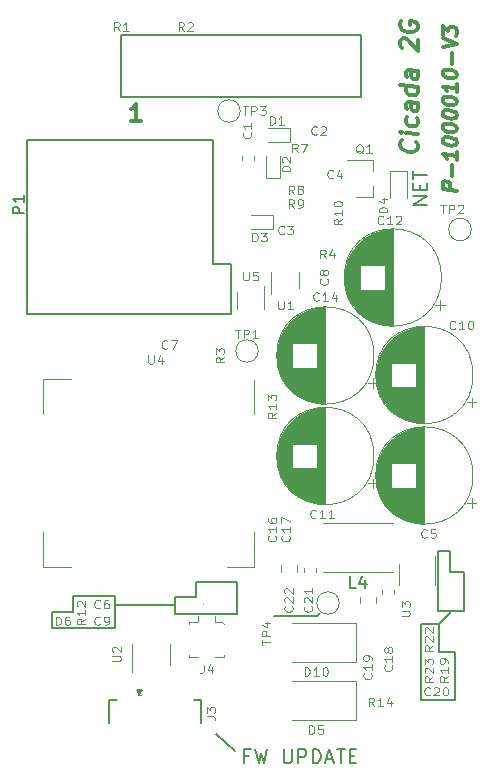
<source format=gto>
G04 #@! TF.GenerationSoftware,KiCad,Pcbnew,(5.1.5)-3*
G04 #@! TF.CreationDate,2020-06-30T19:55:35+10:00*
G04 #@! TF.ProjectId,cicada-2g,63696361-6461-42d3-9267-2e6b69636164,0.1*
G04 #@! TF.SameCoordinates,PX7cee6c0PY3dfd240*
G04 #@! TF.FileFunction,Legend,Top*
G04 #@! TF.FilePolarity,Positive*
%FSLAX46Y46*%
G04 Gerber Fmt 4.6, Leading zero omitted, Abs format (unit mm)*
G04 Created by KiCad (PCBNEW (5.1.5)-3) date 2020-06-30 19:55:35*
%MOMM*%
%LPD*%
G04 APERTURE LIST*
%ADD10C,0.300000*%
%ADD11C,0.150000*%
%ADD12C,0.170000*%
%ADD13C,0.350000*%
%ADD14C,0.200000*%
%ADD15C,0.120000*%
%ADD16C,0.100000*%
G04 APERTURE END LIST*
D10*
X18282857Y-10572142D02*
X17082857Y-10422142D01*
X17082857Y-9965000D01*
X17140000Y-9857857D01*
X17197142Y-9807857D01*
X17311428Y-9765000D01*
X17482857Y-9786428D01*
X17597142Y-9857857D01*
X17654285Y-9922142D01*
X17711428Y-10043571D01*
X17711428Y-10500714D01*
X17825714Y-9315000D02*
X17825714Y-8400714D01*
X18282857Y-7257857D02*
X18282857Y-7943571D01*
X18282857Y-7600714D02*
X17082857Y-7450714D01*
X17254285Y-7586428D01*
X17368571Y-7715000D01*
X17425714Y-7836428D01*
X17082857Y-6365000D02*
X17082857Y-6250714D01*
X17140000Y-6143571D01*
X17197142Y-6093571D01*
X17311428Y-6050714D01*
X17540000Y-6022142D01*
X17825714Y-6057857D01*
X18054285Y-6143571D01*
X18168571Y-6215000D01*
X18225714Y-6279285D01*
X18282857Y-6400714D01*
X18282857Y-6515000D01*
X18225714Y-6622142D01*
X18168571Y-6672142D01*
X18054285Y-6715000D01*
X17825714Y-6743571D01*
X17540000Y-6707857D01*
X17311428Y-6622142D01*
X17197142Y-6550714D01*
X17140000Y-6486428D01*
X17082857Y-6365000D01*
X17082857Y-5222142D02*
X17082857Y-5107857D01*
X17140000Y-5000714D01*
X17197142Y-4950714D01*
X17311428Y-4907857D01*
X17540000Y-4879285D01*
X17825714Y-4915000D01*
X18054285Y-5000714D01*
X18168571Y-5072142D01*
X18225714Y-5136428D01*
X18282857Y-5257857D01*
X18282857Y-5372142D01*
X18225714Y-5479285D01*
X18168571Y-5529285D01*
X18054285Y-5572142D01*
X17825714Y-5600714D01*
X17540000Y-5565000D01*
X17311428Y-5479285D01*
X17197142Y-5407857D01*
X17140000Y-5343571D01*
X17082857Y-5222142D01*
X17082857Y-4079285D02*
X17082857Y-3965000D01*
X17140000Y-3857857D01*
X17197142Y-3807857D01*
X17311428Y-3765000D01*
X17540000Y-3736428D01*
X17825714Y-3772142D01*
X18054285Y-3857857D01*
X18168571Y-3929285D01*
X18225714Y-3993571D01*
X18282857Y-4115000D01*
X18282857Y-4229285D01*
X18225714Y-4336428D01*
X18168571Y-4386428D01*
X18054285Y-4429285D01*
X17825714Y-4457857D01*
X17540000Y-4422142D01*
X17311428Y-4336428D01*
X17197142Y-4265000D01*
X17140000Y-4200714D01*
X17082857Y-4079285D01*
X17082857Y-2936428D02*
X17082857Y-2822142D01*
X17140000Y-2715000D01*
X17197142Y-2665000D01*
X17311428Y-2622142D01*
X17540000Y-2593571D01*
X17825714Y-2629285D01*
X18054285Y-2715000D01*
X18168571Y-2786428D01*
X18225714Y-2850714D01*
X18282857Y-2972142D01*
X18282857Y-3086428D01*
X18225714Y-3193571D01*
X18168571Y-3243571D01*
X18054285Y-3286428D01*
X17825714Y-3315000D01*
X17540000Y-3279285D01*
X17311428Y-3193571D01*
X17197142Y-3122142D01*
X17140000Y-3057857D01*
X17082857Y-2936428D01*
X18282857Y-1543571D02*
X18282857Y-2229285D01*
X18282857Y-1886428D02*
X17082857Y-1736428D01*
X17254285Y-1872142D01*
X17368571Y-2000714D01*
X17425714Y-2122142D01*
X17082857Y-650714D02*
X17082857Y-536428D01*
X17140000Y-429285D01*
X17197142Y-379285D01*
X17311428Y-336428D01*
X17540000Y-307857D01*
X17825714Y-343571D01*
X18054285Y-429285D01*
X18168571Y-500714D01*
X18225714Y-565000D01*
X18282857Y-686428D01*
X18282857Y-800714D01*
X18225714Y-907857D01*
X18168571Y-957857D01*
X18054285Y-1000714D01*
X17825714Y-1029285D01*
X17540000Y-993571D01*
X17311428Y-907857D01*
X17197142Y-836428D01*
X17140000Y-772142D01*
X17082857Y-650714D01*
X17825714Y170715D02*
X17825714Y1085000D01*
X17082857Y1577858D02*
X18282857Y1827858D01*
X17082857Y2377858D01*
X17082857Y2663572D02*
X17082857Y3406429D01*
X17540000Y2949286D01*
X17540000Y3120715D01*
X17597142Y3227858D01*
X17654285Y3277858D01*
X17768571Y3320715D01*
X18054285Y3285000D01*
X18168571Y3213572D01*
X18225714Y3149286D01*
X18282857Y3027858D01*
X18282857Y2685000D01*
X18225714Y2577858D01*
X18168571Y2527858D01*
D11*
X-500000Y-58000000D02*
X-2100000Y-56600000D01*
D12*
X685714Y-58414285D02*
X285714Y-58414285D01*
X285714Y-59042857D02*
X285714Y-57842857D01*
X857142Y-57842857D01*
X1200000Y-57842857D02*
X1485714Y-59042857D01*
X1714285Y-58185714D01*
X1942857Y-59042857D01*
X2228571Y-57842857D01*
X3600000Y-57842857D02*
X3600000Y-58814285D01*
X3657142Y-58928571D01*
X3714285Y-58985714D01*
X3828571Y-59042857D01*
X4057142Y-59042857D01*
X4171428Y-58985714D01*
X4228571Y-58928571D01*
X4285714Y-58814285D01*
X4285714Y-57842857D01*
X4857142Y-59042857D02*
X4857142Y-57842857D01*
X5314285Y-57842857D01*
X5428571Y-57900000D01*
X5485714Y-57957142D01*
X5542857Y-58071428D01*
X5542857Y-58242857D01*
X5485714Y-58357142D01*
X5428571Y-58414285D01*
X5314285Y-58471428D01*
X4857142Y-58471428D01*
X6057142Y-59042857D02*
X6057142Y-57842857D01*
X6342857Y-57842857D01*
X6514285Y-57900000D01*
X6628571Y-58014285D01*
X6685714Y-58128571D01*
X6742857Y-58357142D01*
X6742857Y-58528571D01*
X6685714Y-58757142D01*
X6628571Y-58871428D01*
X6514285Y-58985714D01*
X6342857Y-59042857D01*
X6057142Y-59042857D01*
X7200000Y-58700000D02*
X7771428Y-58700000D01*
X7085714Y-59042857D02*
X7485714Y-57842857D01*
X7885714Y-59042857D01*
X8114285Y-57842857D02*
X8800000Y-57842857D01*
X8457142Y-59042857D02*
X8457142Y-57842857D01*
X9200000Y-58414285D02*
X9600000Y-58414285D01*
X9771428Y-59042857D02*
X9200000Y-59042857D01*
X9200000Y-57842857D01*
X9771428Y-57842857D01*
D11*
X10200000Y-2600000D02*
X-10150000Y-2600000D01*
X10150000Y2600000D02*
X10200000Y-2600000D01*
X-10150000Y2600000D02*
X10150000Y2600000D01*
X-10150000Y-2550000D02*
X-10150000Y2600000D01*
D10*
X-8471429Y-4678571D02*
X-9328572Y-4678571D01*
X-8900000Y-4678571D02*
X-8900000Y-3178571D01*
X-9042858Y-3392857D01*
X-9185715Y-3535714D01*
X-9328572Y-3607142D01*
D13*
X14815714Y-6421428D02*
X14887142Y-6501785D01*
X14958571Y-6725000D01*
X14958571Y-6867857D01*
X14887142Y-7073214D01*
X14744285Y-7198214D01*
X14601428Y-7251785D01*
X14315714Y-7287500D01*
X14101428Y-7260714D01*
X13815714Y-7153571D01*
X13672857Y-7064285D01*
X13530000Y-6903571D01*
X13458571Y-6680357D01*
X13458571Y-6537500D01*
X13530000Y-6332142D01*
X13601428Y-6269642D01*
X14958571Y-5796428D02*
X13958571Y-5671428D01*
X13458571Y-5608928D02*
X13530000Y-5689285D01*
X13601428Y-5626785D01*
X13530000Y-5546428D01*
X13458571Y-5608928D01*
X13601428Y-5626785D01*
X14887142Y-4430357D02*
X14958571Y-4582142D01*
X14958571Y-4867857D01*
X14887142Y-5001785D01*
X14815714Y-5064285D01*
X14672857Y-5117857D01*
X14244285Y-5064285D01*
X14101428Y-4975000D01*
X14030000Y-4894642D01*
X13958571Y-4742857D01*
X13958571Y-4457142D01*
X14030000Y-4323214D01*
X14958571Y-3153571D02*
X14172857Y-3055357D01*
X14030000Y-3108928D01*
X13958571Y-3242857D01*
X13958571Y-3528571D01*
X14030000Y-3680357D01*
X14887142Y-3144642D02*
X14958571Y-3296428D01*
X14958571Y-3653571D01*
X14887142Y-3787500D01*
X14744285Y-3841071D01*
X14601428Y-3823214D01*
X14458571Y-3733928D01*
X14387142Y-3582142D01*
X14387142Y-3225000D01*
X14315714Y-3073214D01*
X14958571Y-1796428D02*
X13458571Y-1608928D01*
X14887142Y-1787500D02*
X14958571Y-1939285D01*
X14958571Y-2225000D01*
X14887142Y-2358928D01*
X14815714Y-2421428D01*
X14672857Y-2475000D01*
X14244285Y-2421428D01*
X14101428Y-2332142D01*
X14030000Y-2251785D01*
X13958571Y-2100000D01*
X13958571Y-1814285D01*
X14030000Y-1680357D01*
X14958571Y-439285D02*
X14172857Y-341071D01*
X14030000Y-394642D01*
X13958571Y-528571D01*
X13958571Y-814285D01*
X14030000Y-966071D01*
X14887142Y-430357D02*
X14958571Y-582142D01*
X14958571Y-939285D01*
X14887142Y-1073214D01*
X14744285Y-1126785D01*
X14601428Y-1108928D01*
X14458571Y-1019642D01*
X14387142Y-867857D01*
X14387142Y-510714D01*
X14315714Y-358928D01*
X13601428Y1516072D02*
X13530000Y1596429D01*
X13458571Y1748215D01*
X13458571Y2105358D01*
X13530000Y2239286D01*
X13601428Y2301786D01*
X13744285Y2355358D01*
X13887142Y2337500D01*
X14101428Y2239286D01*
X14958571Y1275000D01*
X14958571Y2203572D01*
X13530000Y3810715D02*
X13458571Y3676786D01*
X13458571Y3462500D01*
X13530000Y3239286D01*
X13672857Y3078572D01*
X13815714Y2989286D01*
X14101428Y2882143D01*
X14315714Y2855358D01*
X14601428Y2891072D01*
X14744285Y2944643D01*
X14887142Y3069643D01*
X14958571Y3275000D01*
X14958571Y3417858D01*
X14887142Y3641072D01*
X14815714Y3721429D01*
X14315714Y3783929D01*
X14315714Y3498215D01*
D11*
X6477000Y-46609000D02*
X6731000Y-46355000D01*
X2794000Y-46609000D02*
X6477000Y-46609000D01*
X-5600000Y-45600000D02*
X-10700000Y-45600000D01*
X-3800000Y-43700000D02*
X-300000Y-43700000D01*
X-300000Y-43700000D02*
X-300000Y-46400000D01*
X-3800000Y-45000000D02*
X-3800000Y-43700000D01*
X-5600000Y-45000000D02*
X-3800000Y-45000000D01*
X-5600000Y-46400000D02*
X-5600000Y-45000000D01*
X-300000Y-46400000D02*
X-5600000Y-46400000D01*
X-14200000Y-46200000D02*
X-14200000Y-44900000D01*
X-16000000Y-46200000D02*
X-14200000Y-46200000D01*
X-16000000Y-47600000D02*
X-16000000Y-46200000D01*
X-10700000Y-47600000D02*
X-16000000Y-47600000D01*
X-10700000Y-44900000D02*
X-10700000Y-47600000D01*
X-14200000Y-44900000D02*
X-10700000Y-44900000D01*
X16650000Y-41100000D02*
X16650000Y-46125000D01*
X18850000Y-46125000D02*
X16650000Y-46125000D01*
X18850000Y-42875000D02*
X18850000Y-46125000D01*
X17725000Y-42875000D02*
X18850000Y-42875000D01*
X17725000Y-41100000D02*
X17725000Y-42875000D01*
X16650000Y-41100000D02*
X17725000Y-41100000D01*
X16750000Y-47225000D02*
X17750000Y-46225000D01*
X16750000Y-47225000D02*
X15225000Y-47225000D01*
X16750000Y-49600000D02*
X16750000Y-47225000D01*
X18125000Y-49600000D02*
X16750000Y-49600000D01*
X18125000Y-49850000D02*
X18125000Y-49600000D01*
X18125000Y-53675000D02*
X18125000Y-49850000D01*
X15225000Y-53675000D02*
X18125000Y-53675000D01*
X15225000Y-47225000D02*
X15225000Y-53675000D01*
D14*
X15762857Y-11732857D02*
X14562857Y-11732857D01*
X15762857Y-11047142D01*
X14562857Y-11047142D01*
X15134285Y-10475714D02*
X15134285Y-10075714D01*
X15762857Y-9904285D02*
X15762857Y-10475714D01*
X14562857Y-10475714D01*
X14562857Y-9904285D01*
X14562857Y-9561428D02*
X14562857Y-8875714D01*
X15762857Y-9218571D02*
X14562857Y-9218571D01*
D11*
X-11200000Y-53700000D02*
X-10500000Y-53700000D01*
X-11200000Y-53700000D02*
X-11200000Y-55600000D01*
X-4000000Y-53700000D02*
X-3400000Y-53700000D01*
X-3400000Y-53700000D02*
X-3400000Y-55600000D01*
X-8800000Y-52800000D02*
X-8600000Y-53200000D01*
X-8600000Y-53200000D02*
X-8400000Y-52800000D01*
X-8400000Y-52800000D02*
X-8800000Y-52800000D01*
D15*
X-3600000Y-47070000D02*
X-3600000Y-46570000D01*
X-2200000Y-47070000D02*
X-2200000Y-46570000D01*
X-2200000Y-47070000D02*
X-1600000Y-47070000D01*
X-1600000Y-47070000D02*
X-1400000Y-47270000D01*
X-4400000Y-47270000D02*
X-4400000Y-47070000D01*
X-4400000Y-47070000D02*
X-3600000Y-47070000D01*
X-3600000Y-50070000D02*
X-4400000Y-50070000D01*
X-4400000Y-50070000D02*
X-4400000Y-49870000D01*
X-1400000Y-49870000D02*
X-1400000Y-50070000D01*
X-1400000Y-50070000D02*
X-2200000Y-50070000D01*
X12906000Y-38667000D02*
X6906000Y-38667000D01*
X12906000Y-42867000D02*
X6906000Y-42867000D01*
D11*
X-2355200Y-16744000D02*
X-2355200Y-6244000D01*
X-855200Y-16744000D02*
X-2355200Y-16744000D01*
X-855200Y-20994000D02*
X-855200Y-16744000D01*
X-18105200Y-20994000D02*
X-855200Y-20994000D01*
X-18105200Y-6244000D02*
X-18105200Y-20994000D01*
X-2355200Y-6244000D02*
X-18105200Y-6244000D01*
D15*
X19492000Y-13843000D02*
G75*
G03X19492000Y-13843000I-950000J0D01*
G01*
X1085000Y-26575000D02*
X1085000Y-29425000D01*
X1085000Y-42385000D02*
X-1225000Y-42385000D01*
X1085000Y-42385000D02*
X1085000Y-39425000D01*
X-16735000Y-26465000D02*
X-14425000Y-26465000D01*
X-16735000Y-42385000D02*
X-16735000Y-39425000D01*
X-16735000Y-42385000D02*
X-14425000Y-42385000D01*
X-16735000Y-26465000D02*
X-16735000Y-29425000D01*
X9750000Y-50450000D02*
X4350000Y-50450000D01*
X9750000Y-47150000D02*
X4350000Y-47150000D01*
X9750000Y-50450000D02*
X9750000Y-47150000D01*
X16407250Y-43923971D02*
X16407250Y-41493971D01*
X13337250Y-42163971D02*
X13337250Y-43923971D01*
X-9210000Y-48900000D02*
X-9210000Y-51350000D01*
X-5990000Y-50700000D02*
X-5990000Y-48900000D01*
D16*
X-3160000Y-45600000D02*
G75*
G03X-3160000Y-45600000I-50000J0D01*
G01*
D15*
X12600000Y-8903500D02*
X12600000Y-11188500D01*
X14070000Y-8903500D02*
X12600000Y-8903500D01*
X14070000Y-11188500D02*
X14070000Y-8903500D01*
X835200Y-12608000D02*
X2685200Y-12608000D01*
X835200Y-13808000D02*
X2685200Y-13808000D01*
X2685200Y-13808000D02*
X2685200Y-12608000D01*
X3292400Y-7620000D02*
X3292400Y-9470000D01*
X2092400Y-7620000D02*
X2092400Y-9470000D01*
X2092400Y-9470000D02*
X3292400Y-9470000D01*
X2308400Y-5242000D02*
X4158400Y-5242000D01*
X2308400Y-6442000D02*
X4158400Y-6442000D01*
X4158400Y-6442000D02*
X4158400Y-5242000D01*
X4774000Y-42803578D02*
X4774000Y-42286422D01*
X3354000Y-42803578D02*
X3354000Y-42286422D01*
X5332000Y-42534721D02*
X5332000Y-42860279D01*
X6352000Y-42534721D02*
X6352000Y-42860279D01*
X10040000Y-44916422D02*
X10040000Y-45433578D01*
X11460000Y-44916422D02*
X11460000Y-45433578D01*
X12960000Y-44725279D02*
X12960000Y-44399721D01*
X11940000Y-44725279D02*
X11940000Y-44399721D01*
X1068800Y-7960679D02*
X1068800Y-7635121D01*
X48800Y-7960679D02*
X48800Y-7635121D01*
X19531698Y-37386000D02*
X19531698Y-36586000D01*
X19931698Y-36986000D02*
X19131698Y-36986000D01*
X11441000Y-35204000D02*
X11441000Y-34138000D01*
X11481000Y-35439000D02*
X11481000Y-33903000D01*
X11521000Y-35619000D02*
X11521000Y-33723000D01*
X11561000Y-35769000D02*
X11561000Y-33573000D01*
X11601000Y-35900000D02*
X11601000Y-33442000D01*
X11641000Y-36017000D02*
X11641000Y-33325000D01*
X11681000Y-36124000D02*
X11681000Y-33218000D01*
X11721000Y-36223000D02*
X11721000Y-33119000D01*
X11761000Y-36316000D02*
X11761000Y-33026000D01*
X11801000Y-36402000D02*
X11801000Y-32940000D01*
X11841000Y-36484000D02*
X11841000Y-32858000D01*
X11881000Y-36561000D02*
X11881000Y-32781000D01*
X11921000Y-36635000D02*
X11921000Y-32707000D01*
X11961000Y-36705000D02*
X11961000Y-32637000D01*
X12001000Y-36773000D02*
X12001000Y-32569000D01*
X12041000Y-36837000D02*
X12041000Y-32505000D01*
X12081000Y-36899000D02*
X12081000Y-32443000D01*
X12121000Y-36958000D02*
X12121000Y-32384000D01*
X12161000Y-37016000D02*
X12161000Y-32326000D01*
X12201000Y-37071000D02*
X12201000Y-32271000D01*
X12241000Y-37125000D02*
X12241000Y-32217000D01*
X12281000Y-37176000D02*
X12281000Y-32166000D01*
X12321000Y-37227000D02*
X12321000Y-32115000D01*
X12361000Y-37275000D02*
X12361000Y-32067000D01*
X12401000Y-37322000D02*
X12401000Y-32020000D01*
X12441000Y-37368000D02*
X12441000Y-31974000D01*
X12481000Y-37412000D02*
X12481000Y-31930000D01*
X12521000Y-37455000D02*
X12521000Y-31887000D01*
X12561000Y-37497000D02*
X12561000Y-31845000D01*
X12601000Y-37538000D02*
X12601000Y-31804000D01*
X12641000Y-37578000D02*
X12641000Y-31764000D01*
X12681000Y-37616000D02*
X12681000Y-31726000D01*
X12721000Y-37654000D02*
X12721000Y-31688000D01*
X12761000Y-33631000D02*
X12761000Y-31652000D01*
X12761000Y-37690000D02*
X12761000Y-35711000D01*
X12801000Y-33631000D02*
X12801000Y-31616000D01*
X12801000Y-37726000D02*
X12801000Y-35711000D01*
X12841000Y-33631000D02*
X12841000Y-31581000D01*
X12841000Y-37761000D02*
X12841000Y-35711000D01*
X12881000Y-33631000D02*
X12881000Y-31547000D01*
X12881000Y-37795000D02*
X12881000Y-35711000D01*
X12921000Y-33631000D02*
X12921000Y-31515000D01*
X12921000Y-37827000D02*
X12921000Y-35711000D01*
X12961000Y-33631000D02*
X12961000Y-31482000D01*
X12961000Y-37860000D02*
X12961000Y-35711000D01*
X13001000Y-33631000D02*
X13001000Y-31451000D01*
X13001000Y-37891000D02*
X13001000Y-35711000D01*
X13041000Y-33631000D02*
X13041000Y-31421000D01*
X13041000Y-37921000D02*
X13041000Y-35711000D01*
X13081000Y-33631000D02*
X13081000Y-31391000D01*
X13081000Y-37951000D02*
X13081000Y-35711000D01*
X13121000Y-33631000D02*
X13121000Y-31362000D01*
X13121000Y-37980000D02*
X13121000Y-35711000D01*
X13161000Y-33631000D02*
X13161000Y-31333000D01*
X13161000Y-38009000D02*
X13161000Y-35711000D01*
X13201000Y-33631000D02*
X13201000Y-31306000D01*
X13201000Y-38036000D02*
X13201000Y-35711000D01*
X13241000Y-33631000D02*
X13241000Y-31279000D01*
X13241000Y-38063000D02*
X13241000Y-35711000D01*
X13281000Y-33631000D02*
X13281000Y-31253000D01*
X13281000Y-38089000D02*
X13281000Y-35711000D01*
X13321000Y-33631000D02*
X13321000Y-31227000D01*
X13321000Y-38115000D02*
X13321000Y-35711000D01*
X13361000Y-33631000D02*
X13361000Y-31202000D01*
X13361000Y-38140000D02*
X13361000Y-35711000D01*
X13401000Y-33631000D02*
X13401000Y-31178000D01*
X13401000Y-38164000D02*
X13401000Y-35711000D01*
X13441000Y-33631000D02*
X13441000Y-31154000D01*
X13441000Y-38188000D02*
X13441000Y-35711000D01*
X13481000Y-33631000D02*
X13481000Y-31131000D01*
X13481000Y-38211000D02*
X13481000Y-35711000D01*
X13521000Y-33631000D02*
X13521000Y-31109000D01*
X13521000Y-38233000D02*
X13521000Y-35711000D01*
X13561000Y-33631000D02*
X13561000Y-31087000D01*
X13561000Y-38255000D02*
X13561000Y-35711000D01*
X13601000Y-33631000D02*
X13601000Y-31065000D01*
X13601000Y-38277000D02*
X13601000Y-35711000D01*
X13641000Y-33631000D02*
X13641000Y-31044000D01*
X13641000Y-38298000D02*
X13641000Y-35711000D01*
X13681000Y-33631000D02*
X13681000Y-31024000D01*
X13681000Y-38318000D02*
X13681000Y-35711000D01*
X13721000Y-33631000D02*
X13721000Y-31005000D01*
X13721000Y-38337000D02*
X13721000Y-35711000D01*
X13761000Y-33631000D02*
X13761000Y-30985000D01*
X13761000Y-38357000D02*
X13761000Y-35711000D01*
X13801000Y-33631000D02*
X13801000Y-30967000D01*
X13801000Y-38375000D02*
X13801000Y-35711000D01*
X13841000Y-33631000D02*
X13841000Y-30949000D01*
X13841000Y-38393000D02*
X13841000Y-35711000D01*
X13881000Y-33631000D02*
X13881000Y-30931000D01*
X13881000Y-38411000D02*
X13881000Y-35711000D01*
X13921000Y-33631000D02*
X13921000Y-30914000D01*
X13921000Y-38428000D02*
X13921000Y-35711000D01*
X13961000Y-33631000D02*
X13961000Y-30897000D01*
X13961000Y-38445000D02*
X13961000Y-35711000D01*
X14001000Y-33631000D02*
X14001000Y-30881000D01*
X14001000Y-38461000D02*
X14001000Y-35711000D01*
X14041000Y-33631000D02*
X14041000Y-30866000D01*
X14041000Y-38476000D02*
X14041000Y-35711000D01*
X14081000Y-33631000D02*
X14081000Y-30850000D01*
X14081000Y-38492000D02*
X14081000Y-35711000D01*
X14121000Y-33631000D02*
X14121000Y-30836000D01*
X14121000Y-38506000D02*
X14121000Y-35711000D01*
X14161000Y-33631000D02*
X14161000Y-30821000D01*
X14161000Y-38521000D02*
X14161000Y-35711000D01*
X14201000Y-33631000D02*
X14201000Y-30808000D01*
X14201000Y-38534000D02*
X14201000Y-35711000D01*
X14241000Y-33631000D02*
X14241000Y-30794000D01*
X14241000Y-38548000D02*
X14241000Y-35711000D01*
X14281000Y-33631000D02*
X14281000Y-30782000D01*
X14281000Y-38560000D02*
X14281000Y-35711000D01*
X14321000Y-33631000D02*
X14321000Y-30769000D01*
X14321000Y-38573000D02*
X14321000Y-35711000D01*
X14361000Y-33631000D02*
X14361000Y-30757000D01*
X14361000Y-38585000D02*
X14361000Y-35711000D01*
X14401000Y-33631000D02*
X14401000Y-30746000D01*
X14401000Y-38596000D02*
X14401000Y-35711000D01*
X14441000Y-33631000D02*
X14441000Y-30735000D01*
X14441000Y-38607000D02*
X14441000Y-35711000D01*
X14481000Y-33631000D02*
X14481000Y-30724000D01*
X14481000Y-38618000D02*
X14481000Y-35711000D01*
X14521000Y-33631000D02*
X14521000Y-30714000D01*
X14521000Y-38628000D02*
X14521000Y-35711000D01*
X14561000Y-33631000D02*
X14561000Y-30704000D01*
X14561000Y-38638000D02*
X14561000Y-35711000D01*
X14601000Y-33631000D02*
X14601000Y-30695000D01*
X14601000Y-38647000D02*
X14601000Y-35711000D01*
X14641000Y-33631000D02*
X14641000Y-30686000D01*
X14641000Y-38656000D02*
X14641000Y-35711000D01*
X14681000Y-33631000D02*
X14681000Y-30677000D01*
X14681000Y-38665000D02*
X14681000Y-35711000D01*
X14721000Y-33631000D02*
X14721000Y-30669000D01*
X14721000Y-38673000D02*
X14721000Y-35711000D01*
X14761000Y-33631000D02*
X14761000Y-30661000D01*
X14761000Y-38681000D02*
X14761000Y-35711000D01*
X14801000Y-33631000D02*
X14801000Y-30654000D01*
X14801000Y-38688000D02*
X14801000Y-35711000D01*
X14842000Y-38695000D02*
X14842000Y-30647000D01*
X14882000Y-38701000D02*
X14882000Y-30641000D01*
X14922000Y-38708000D02*
X14922000Y-30634000D01*
X14962000Y-38713000D02*
X14962000Y-30629000D01*
X15002000Y-38719000D02*
X15002000Y-30623000D01*
X15042000Y-38723000D02*
X15042000Y-30619000D01*
X15082000Y-38728000D02*
X15082000Y-30614000D01*
X15122000Y-38732000D02*
X15122000Y-30610000D01*
X15162000Y-38736000D02*
X15162000Y-30606000D01*
X15202000Y-38739000D02*
X15202000Y-30603000D01*
X15242000Y-38742000D02*
X15242000Y-30600000D01*
X15282000Y-38745000D02*
X15282000Y-30597000D01*
X15322000Y-38747000D02*
X15322000Y-30595000D01*
X15362000Y-38748000D02*
X15362000Y-30594000D01*
X15402000Y-38750000D02*
X15402000Y-30592000D01*
X15442000Y-38751000D02*
X15442000Y-30591000D01*
X15482000Y-38751000D02*
X15482000Y-30591000D01*
X15522000Y-38751000D02*
X15522000Y-30591000D01*
X19642000Y-34671000D02*
G75*
G03X19642000Y-34671000I-4120000J0D01*
G01*
X19531698Y-28877000D02*
X19531698Y-28077000D01*
X19931698Y-28477000D02*
X19131698Y-28477000D01*
X11441000Y-26695000D02*
X11441000Y-25629000D01*
X11481000Y-26930000D02*
X11481000Y-25394000D01*
X11521000Y-27110000D02*
X11521000Y-25214000D01*
X11561000Y-27260000D02*
X11561000Y-25064000D01*
X11601000Y-27391000D02*
X11601000Y-24933000D01*
X11641000Y-27508000D02*
X11641000Y-24816000D01*
X11681000Y-27615000D02*
X11681000Y-24709000D01*
X11721000Y-27714000D02*
X11721000Y-24610000D01*
X11761000Y-27807000D02*
X11761000Y-24517000D01*
X11801000Y-27893000D02*
X11801000Y-24431000D01*
X11841000Y-27975000D02*
X11841000Y-24349000D01*
X11881000Y-28052000D02*
X11881000Y-24272000D01*
X11921000Y-28126000D02*
X11921000Y-24198000D01*
X11961000Y-28196000D02*
X11961000Y-24128000D01*
X12001000Y-28264000D02*
X12001000Y-24060000D01*
X12041000Y-28328000D02*
X12041000Y-23996000D01*
X12081000Y-28390000D02*
X12081000Y-23934000D01*
X12121000Y-28449000D02*
X12121000Y-23875000D01*
X12161000Y-28507000D02*
X12161000Y-23817000D01*
X12201000Y-28562000D02*
X12201000Y-23762000D01*
X12241000Y-28616000D02*
X12241000Y-23708000D01*
X12281000Y-28667000D02*
X12281000Y-23657000D01*
X12321000Y-28718000D02*
X12321000Y-23606000D01*
X12361000Y-28766000D02*
X12361000Y-23558000D01*
X12401000Y-28813000D02*
X12401000Y-23511000D01*
X12441000Y-28859000D02*
X12441000Y-23465000D01*
X12481000Y-28903000D02*
X12481000Y-23421000D01*
X12521000Y-28946000D02*
X12521000Y-23378000D01*
X12561000Y-28988000D02*
X12561000Y-23336000D01*
X12601000Y-29029000D02*
X12601000Y-23295000D01*
X12641000Y-29069000D02*
X12641000Y-23255000D01*
X12681000Y-29107000D02*
X12681000Y-23217000D01*
X12721000Y-29145000D02*
X12721000Y-23179000D01*
X12761000Y-25122000D02*
X12761000Y-23143000D01*
X12761000Y-29181000D02*
X12761000Y-27202000D01*
X12801000Y-25122000D02*
X12801000Y-23107000D01*
X12801000Y-29217000D02*
X12801000Y-27202000D01*
X12841000Y-25122000D02*
X12841000Y-23072000D01*
X12841000Y-29252000D02*
X12841000Y-27202000D01*
X12881000Y-25122000D02*
X12881000Y-23038000D01*
X12881000Y-29286000D02*
X12881000Y-27202000D01*
X12921000Y-25122000D02*
X12921000Y-23006000D01*
X12921000Y-29318000D02*
X12921000Y-27202000D01*
X12961000Y-25122000D02*
X12961000Y-22973000D01*
X12961000Y-29351000D02*
X12961000Y-27202000D01*
X13001000Y-25122000D02*
X13001000Y-22942000D01*
X13001000Y-29382000D02*
X13001000Y-27202000D01*
X13041000Y-25122000D02*
X13041000Y-22912000D01*
X13041000Y-29412000D02*
X13041000Y-27202000D01*
X13081000Y-25122000D02*
X13081000Y-22882000D01*
X13081000Y-29442000D02*
X13081000Y-27202000D01*
X13121000Y-25122000D02*
X13121000Y-22853000D01*
X13121000Y-29471000D02*
X13121000Y-27202000D01*
X13161000Y-25122000D02*
X13161000Y-22824000D01*
X13161000Y-29500000D02*
X13161000Y-27202000D01*
X13201000Y-25122000D02*
X13201000Y-22797000D01*
X13201000Y-29527000D02*
X13201000Y-27202000D01*
X13241000Y-25122000D02*
X13241000Y-22770000D01*
X13241000Y-29554000D02*
X13241000Y-27202000D01*
X13281000Y-25122000D02*
X13281000Y-22744000D01*
X13281000Y-29580000D02*
X13281000Y-27202000D01*
X13321000Y-25122000D02*
X13321000Y-22718000D01*
X13321000Y-29606000D02*
X13321000Y-27202000D01*
X13361000Y-25122000D02*
X13361000Y-22693000D01*
X13361000Y-29631000D02*
X13361000Y-27202000D01*
X13401000Y-25122000D02*
X13401000Y-22669000D01*
X13401000Y-29655000D02*
X13401000Y-27202000D01*
X13441000Y-25122000D02*
X13441000Y-22645000D01*
X13441000Y-29679000D02*
X13441000Y-27202000D01*
X13481000Y-25122000D02*
X13481000Y-22622000D01*
X13481000Y-29702000D02*
X13481000Y-27202000D01*
X13521000Y-25122000D02*
X13521000Y-22600000D01*
X13521000Y-29724000D02*
X13521000Y-27202000D01*
X13561000Y-25122000D02*
X13561000Y-22578000D01*
X13561000Y-29746000D02*
X13561000Y-27202000D01*
X13601000Y-25122000D02*
X13601000Y-22556000D01*
X13601000Y-29768000D02*
X13601000Y-27202000D01*
X13641000Y-25122000D02*
X13641000Y-22535000D01*
X13641000Y-29789000D02*
X13641000Y-27202000D01*
X13681000Y-25122000D02*
X13681000Y-22515000D01*
X13681000Y-29809000D02*
X13681000Y-27202000D01*
X13721000Y-25122000D02*
X13721000Y-22496000D01*
X13721000Y-29828000D02*
X13721000Y-27202000D01*
X13761000Y-25122000D02*
X13761000Y-22476000D01*
X13761000Y-29848000D02*
X13761000Y-27202000D01*
X13801000Y-25122000D02*
X13801000Y-22458000D01*
X13801000Y-29866000D02*
X13801000Y-27202000D01*
X13841000Y-25122000D02*
X13841000Y-22440000D01*
X13841000Y-29884000D02*
X13841000Y-27202000D01*
X13881000Y-25122000D02*
X13881000Y-22422000D01*
X13881000Y-29902000D02*
X13881000Y-27202000D01*
X13921000Y-25122000D02*
X13921000Y-22405000D01*
X13921000Y-29919000D02*
X13921000Y-27202000D01*
X13961000Y-25122000D02*
X13961000Y-22388000D01*
X13961000Y-29936000D02*
X13961000Y-27202000D01*
X14001000Y-25122000D02*
X14001000Y-22372000D01*
X14001000Y-29952000D02*
X14001000Y-27202000D01*
X14041000Y-25122000D02*
X14041000Y-22357000D01*
X14041000Y-29967000D02*
X14041000Y-27202000D01*
X14081000Y-25122000D02*
X14081000Y-22341000D01*
X14081000Y-29983000D02*
X14081000Y-27202000D01*
X14121000Y-25122000D02*
X14121000Y-22327000D01*
X14121000Y-29997000D02*
X14121000Y-27202000D01*
X14161000Y-25122000D02*
X14161000Y-22312000D01*
X14161000Y-30012000D02*
X14161000Y-27202000D01*
X14201000Y-25122000D02*
X14201000Y-22299000D01*
X14201000Y-30025000D02*
X14201000Y-27202000D01*
X14241000Y-25122000D02*
X14241000Y-22285000D01*
X14241000Y-30039000D02*
X14241000Y-27202000D01*
X14281000Y-25122000D02*
X14281000Y-22273000D01*
X14281000Y-30051000D02*
X14281000Y-27202000D01*
X14321000Y-25122000D02*
X14321000Y-22260000D01*
X14321000Y-30064000D02*
X14321000Y-27202000D01*
X14361000Y-25122000D02*
X14361000Y-22248000D01*
X14361000Y-30076000D02*
X14361000Y-27202000D01*
X14401000Y-25122000D02*
X14401000Y-22237000D01*
X14401000Y-30087000D02*
X14401000Y-27202000D01*
X14441000Y-25122000D02*
X14441000Y-22226000D01*
X14441000Y-30098000D02*
X14441000Y-27202000D01*
X14481000Y-25122000D02*
X14481000Y-22215000D01*
X14481000Y-30109000D02*
X14481000Y-27202000D01*
X14521000Y-25122000D02*
X14521000Y-22205000D01*
X14521000Y-30119000D02*
X14521000Y-27202000D01*
X14561000Y-25122000D02*
X14561000Y-22195000D01*
X14561000Y-30129000D02*
X14561000Y-27202000D01*
X14601000Y-25122000D02*
X14601000Y-22186000D01*
X14601000Y-30138000D02*
X14601000Y-27202000D01*
X14641000Y-25122000D02*
X14641000Y-22177000D01*
X14641000Y-30147000D02*
X14641000Y-27202000D01*
X14681000Y-25122000D02*
X14681000Y-22168000D01*
X14681000Y-30156000D02*
X14681000Y-27202000D01*
X14721000Y-25122000D02*
X14721000Y-22160000D01*
X14721000Y-30164000D02*
X14721000Y-27202000D01*
X14761000Y-25122000D02*
X14761000Y-22152000D01*
X14761000Y-30172000D02*
X14761000Y-27202000D01*
X14801000Y-25122000D02*
X14801000Y-22145000D01*
X14801000Y-30179000D02*
X14801000Y-27202000D01*
X14842000Y-30186000D02*
X14842000Y-22138000D01*
X14882000Y-30192000D02*
X14882000Y-22132000D01*
X14922000Y-30199000D02*
X14922000Y-22125000D01*
X14962000Y-30204000D02*
X14962000Y-22120000D01*
X15002000Y-30210000D02*
X15002000Y-22114000D01*
X15042000Y-30214000D02*
X15042000Y-22110000D01*
X15082000Y-30219000D02*
X15082000Y-22105000D01*
X15122000Y-30223000D02*
X15122000Y-22101000D01*
X15162000Y-30227000D02*
X15162000Y-22097000D01*
X15202000Y-30230000D02*
X15202000Y-22094000D01*
X15242000Y-30233000D02*
X15242000Y-22091000D01*
X15282000Y-30236000D02*
X15282000Y-22088000D01*
X15322000Y-30238000D02*
X15322000Y-22086000D01*
X15362000Y-30239000D02*
X15362000Y-22085000D01*
X15402000Y-30241000D02*
X15402000Y-22083000D01*
X15442000Y-30242000D02*
X15442000Y-22082000D01*
X15482000Y-30242000D02*
X15482000Y-22082000D01*
X15522000Y-30242000D02*
X15522000Y-22082000D01*
X19642000Y-26162000D02*
G75*
G03X19642000Y-26162000I-4120000J0D01*
G01*
X11149698Y-35735000D02*
X11149698Y-34935000D01*
X11549698Y-35335000D02*
X10749698Y-35335000D01*
X3059000Y-33553000D02*
X3059000Y-32487000D01*
X3099000Y-33788000D02*
X3099000Y-32252000D01*
X3139000Y-33968000D02*
X3139000Y-32072000D01*
X3179000Y-34118000D02*
X3179000Y-31922000D01*
X3219000Y-34249000D02*
X3219000Y-31791000D01*
X3259000Y-34366000D02*
X3259000Y-31674000D01*
X3299000Y-34473000D02*
X3299000Y-31567000D01*
X3339000Y-34572000D02*
X3339000Y-31468000D01*
X3379000Y-34665000D02*
X3379000Y-31375000D01*
X3419000Y-34751000D02*
X3419000Y-31289000D01*
X3459000Y-34833000D02*
X3459000Y-31207000D01*
X3499000Y-34910000D02*
X3499000Y-31130000D01*
X3539000Y-34984000D02*
X3539000Y-31056000D01*
X3579000Y-35054000D02*
X3579000Y-30986000D01*
X3619000Y-35122000D02*
X3619000Y-30918000D01*
X3659000Y-35186000D02*
X3659000Y-30854000D01*
X3699000Y-35248000D02*
X3699000Y-30792000D01*
X3739000Y-35307000D02*
X3739000Y-30733000D01*
X3779000Y-35365000D02*
X3779000Y-30675000D01*
X3819000Y-35420000D02*
X3819000Y-30620000D01*
X3859000Y-35474000D02*
X3859000Y-30566000D01*
X3899000Y-35525000D02*
X3899000Y-30515000D01*
X3939000Y-35576000D02*
X3939000Y-30464000D01*
X3979000Y-35624000D02*
X3979000Y-30416000D01*
X4019000Y-35671000D02*
X4019000Y-30369000D01*
X4059000Y-35717000D02*
X4059000Y-30323000D01*
X4099000Y-35761000D02*
X4099000Y-30279000D01*
X4139000Y-35804000D02*
X4139000Y-30236000D01*
X4179000Y-35846000D02*
X4179000Y-30194000D01*
X4219000Y-35887000D02*
X4219000Y-30153000D01*
X4259000Y-35927000D02*
X4259000Y-30113000D01*
X4299000Y-35965000D02*
X4299000Y-30075000D01*
X4339000Y-36003000D02*
X4339000Y-30037000D01*
X4379000Y-31980000D02*
X4379000Y-30001000D01*
X4379000Y-36039000D02*
X4379000Y-34060000D01*
X4419000Y-31980000D02*
X4419000Y-29965000D01*
X4419000Y-36075000D02*
X4419000Y-34060000D01*
X4459000Y-31980000D02*
X4459000Y-29930000D01*
X4459000Y-36110000D02*
X4459000Y-34060000D01*
X4499000Y-31980000D02*
X4499000Y-29896000D01*
X4499000Y-36144000D02*
X4499000Y-34060000D01*
X4539000Y-31980000D02*
X4539000Y-29864000D01*
X4539000Y-36176000D02*
X4539000Y-34060000D01*
X4579000Y-31980000D02*
X4579000Y-29831000D01*
X4579000Y-36209000D02*
X4579000Y-34060000D01*
X4619000Y-31980000D02*
X4619000Y-29800000D01*
X4619000Y-36240000D02*
X4619000Y-34060000D01*
X4659000Y-31980000D02*
X4659000Y-29770000D01*
X4659000Y-36270000D02*
X4659000Y-34060000D01*
X4699000Y-31980000D02*
X4699000Y-29740000D01*
X4699000Y-36300000D02*
X4699000Y-34060000D01*
X4739000Y-31980000D02*
X4739000Y-29711000D01*
X4739000Y-36329000D02*
X4739000Y-34060000D01*
X4779000Y-31980000D02*
X4779000Y-29682000D01*
X4779000Y-36358000D02*
X4779000Y-34060000D01*
X4819000Y-31980000D02*
X4819000Y-29655000D01*
X4819000Y-36385000D02*
X4819000Y-34060000D01*
X4859000Y-31980000D02*
X4859000Y-29628000D01*
X4859000Y-36412000D02*
X4859000Y-34060000D01*
X4899000Y-31980000D02*
X4899000Y-29602000D01*
X4899000Y-36438000D02*
X4899000Y-34060000D01*
X4939000Y-31980000D02*
X4939000Y-29576000D01*
X4939000Y-36464000D02*
X4939000Y-34060000D01*
X4979000Y-31980000D02*
X4979000Y-29551000D01*
X4979000Y-36489000D02*
X4979000Y-34060000D01*
X5019000Y-31980000D02*
X5019000Y-29527000D01*
X5019000Y-36513000D02*
X5019000Y-34060000D01*
X5059000Y-31980000D02*
X5059000Y-29503000D01*
X5059000Y-36537000D02*
X5059000Y-34060000D01*
X5099000Y-31980000D02*
X5099000Y-29480000D01*
X5099000Y-36560000D02*
X5099000Y-34060000D01*
X5139000Y-31980000D02*
X5139000Y-29458000D01*
X5139000Y-36582000D02*
X5139000Y-34060000D01*
X5179000Y-31980000D02*
X5179000Y-29436000D01*
X5179000Y-36604000D02*
X5179000Y-34060000D01*
X5219000Y-31980000D02*
X5219000Y-29414000D01*
X5219000Y-36626000D02*
X5219000Y-34060000D01*
X5259000Y-31980000D02*
X5259000Y-29393000D01*
X5259000Y-36647000D02*
X5259000Y-34060000D01*
X5299000Y-31980000D02*
X5299000Y-29373000D01*
X5299000Y-36667000D02*
X5299000Y-34060000D01*
X5339000Y-31980000D02*
X5339000Y-29354000D01*
X5339000Y-36686000D02*
X5339000Y-34060000D01*
X5379000Y-31980000D02*
X5379000Y-29334000D01*
X5379000Y-36706000D02*
X5379000Y-34060000D01*
X5419000Y-31980000D02*
X5419000Y-29316000D01*
X5419000Y-36724000D02*
X5419000Y-34060000D01*
X5459000Y-31980000D02*
X5459000Y-29298000D01*
X5459000Y-36742000D02*
X5459000Y-34060000D01*
X5499000Y-31980000D02*
X5499000Y-29280000D01*
X5499000Y-36760000D02*
X5499000Y-34060000D01*
X5539000Y-31980000D02*
X5539000Y-29263000D01*
X5539000Y-36777000D02*
X5539000Y-34060000D01*
X5579000Y-31980000D02*
X5579000Y-29246000D01*
X5579000Y-36794000D02*
X5579000Y-34060000D01*
X5619000Y-31980000D02*
X5619000Y-29230000D01*
X5619000Y-36810000D02*
X5619000Y-34060000D01*
X5659000Y-31980000D02*
X5659000Y-29215000D01*
X5659000Y-36825000D02*
X5659000Y-34060000D01*
X5699000Y-31980000D02*
X5699000Y-29199000D01*
X5699000Y-36841000D02*
X5699000Y-34060000D01*
X5739000Y-31980000D02*
X5739000Y-29185000D01*
X5739000Y-36855000D02*
X5739000Y-34060000D01*
X5779000Y-31980000D02*
X5779000Y-29170000D01*
X5779000Y-36870000D02*
X5779000Y-34060000D01*
X5819000Y-31980000D02*
X5819000Y-29157000D01*
X5819000Y-36883000D02*
X5819000Y-34060000D01*
X5859000Y-31980000D02*
X5859000Y-29143000D01*
X5859000Y-36897000D02*
X5859000Y-34060000D01*
X5899000Y-31980000D02*
X5899000Y-29131000D01*
X5899000Y-36909000D02*
X5899000Y-34060000D01*
X5939000Y-31980000D02*
X5939000Y-29118000D01*
X5939000Y-36922000D02*
X5939000Y-34060000D01*
X5979000Y-31980000D02*
X5979000Y-29106000D01*
X5979000Y-36934000D02*
X5979000Y-34060000D01*
X6019000Y-31980000D02*
X6019000Y-29095000D01*
X6019000Y-36945000D02*
X6019000Y-34060000D01*
X6059000Y-31980000D02*
X6059000Y-29084000D01*
X6059000Y-36956000D02*
X6059000Y-34060000D01*
X6099000Y-31980000D02*
X6099000Y-29073000D01*
X6099000Y-36967000D02*
X6099000Y-34060000D01*
X6139000Y-31980000D02*
X6139000Y-29063000D01*
X6139000Y-36977000D02*
X6139000Y-34060000D01*
X6179000Y-31980000D02*
X6179000Y-29053000D01*
X6179000Y-36987000D02*
X6179000Y-34060000D01*
X6219000Y-31980000D02*
X6219000Y-29044000D01*
X6219000Y-36996000D02*
X6219000Y-34060000D01*
X6259000Y-31980000D02*
X6259000Y-29035000D01*
X6259000Y-37005000D02*
X6259000Y-34060000D01*
X6299000Y-31980000D02*
X6299000Y-29026000D01*
X6299000Y-37014000D02*
X6299000Y-34060000D01*
X6339000Y-31980000D02*
X6339000Y-29018000D01*
X6339000Y-37022000D02*
X6339000Y-34060000D01*
X6379000Y-31980000D02*
X6379000Y-29010000D01*
X6379000Y-37030000D02*
X6379000Y-34060000D01*
X6419000Y-31980000D02*
X6419000Y-29003000D01*
X6419000Y-37037000D02*
X6419000Y-34060000D01*
X6460000Y-37044000D02*
X6460000Y-28996000D01*
X6500000Y-37050000D02*
X6500000Y-28990000D01*
X6540000Y-37057000D02*
X6540000Y-28983000D01*
X6580000Y-37062000D02*
X6580000Y-28978000D01*
X6620000Y-37068000D02*
X6620000Y-28972000D01*
X6660000Y-37072000D02*
X6660000Y-28968000D01*
X6700000Y-37077000D02*
X6700000Y-28963000D01*
X6740000Y-37081000D02*
X6740000Y-28959000D01*
X6780000Y-37085000D02*
X6780000Y-28955000D01*
X6820000Y-37088000D02*
X6820000Y-28952000D01*
X6860000Y-37091000D02*
X6860000Y-28949000D01*
X6900000Y-37094000D02*
X6900000Y-28946000D01*
X6940000Y-37096000D02*
X6940000Y-28944000D01*
X6980000Y-37097000D02*
X6980000Y-28943000D01*
X7020000Y-37099000D02*
X7020000Y-28941000D01*
X7060000Y-37100000D02*
X7060000Y-28940000D01*
X7100000Y-37100000D02*
X7100000Y-28940000D01*
X7140000Y-37100000D02*
X7140000Y-28940000D01*
X11260000Y-33020000D02*
G75*
G03X11260000Y-33020000I-4120000J0D01*
G01*
X16864698Y-20622000D02*
X16864698Y-19822000D01*
X17264698Y-20222000D02*
X16464698Y-20222000D01*
X8774000Y-18440000D02*
X8774000Y-17374000D01*
X8814000Y-18675000D02*
X8814000Y-17139000D01*
X8854000Y-18855000D02*
X8854000Y-16959000D01*
X8894000Y-19005000D02*
X8894000Y-16809000D01*
X8934000Y-19136000D02*
X8934000Y-16678000D01*
X8974000Y-19253000D02*
X8974000Y-16561000D01*
X9014000Y-19360000D02*
X9014000Y-16454000D01*
X9054000Y-19459000D02*
X9054000Y-16355000D01*
X9094000Y-19552000D02*
X9094000Y-16262000D01*
X9134000Y-19638000D02*
X9134000Y-16176000D01*
X9174000Y-19720000D02*
X9174000Y-16094000D01*
X9214000Y-19797000D02*
X9214000Y-16017000D01*
X9254000Y-19871000D02*
X9254000Y-15943000D01*
X9294000Y-19941000D02*
X9294000Y-15873000D01*
X9334000Y-20009000D02*
X9334000Y-15805000D01*
X9374000Y-20073000D02*
X9374000Y-15741000D01*
X9414000Y-20135000D02*
X9414000Y-15679000D01*
X9454000Y-20194000D02*
X9454000Y-15620000D01*
X9494000Y-20252000D02*
X9494000Y-15562000D01*
X9534000Y-20307000D02*
X9534000Y-15507000D01*
X9574000Y-20361000D02*
X9574000Y-15453000D01*
X9614000Y-20412000D02*
X9614000Y-15402000D01*
X9654000Y-20463000D02*
X9654000Y-15351000D01*
X9694000Y-20511000D02*
X9694000Y-15303000D01*
X9734000Y-20558000D02*
X9734000Y-15256000D01*
X9774000Y-20604000D02*
X9774000Y-15210000D01*
X9814000Y-20648000D02*
X9814000Y-15166000D01*
X9854000Y-20691000D02*
X9854000Y-15123000D01*
X9894000Y-20733000D02*
X9894000Y-15081000D01*
X9934000Y-20774000D02*
X9934000Y-15040000D01*
X9974000Y-20814000D02*
X9974000Y-15000000D01*
X10014000Y-20852000D02*
X10014000Y-14962000D01*
X10054000Y-20890000D02*
X10054000Y-14924000D01*
X10094000Y-16867000D02*
X10094000Y-14888000D01*
X10094000Y-20926000D02*
X10094000Y-18947000D01*
X10134000Y-16867000D02*
X10134000Y-14852000D01*
X10134000Y-20962000D02*
X10134000Y-18947000D01*
X10174000Y-16867000D02*
X10174000Y-14817000D01*
X10174000Y-20997000D02*
X10174000Y-18947000D01*
X10214000Y-16867000D02*
X10214000Y-14783000D01*
X10214000Y-21031000D02*
X10214000Y-18947000D01*
X10254000Y-16867000D02*
X10254000Y-14751000D01*
X10254000Y-21063000D02*
X10254000Y-18947000D01*
X10294000Y-16867000D02*
X10294000Y-14718000D01*
X10294000Y-21096000D02*
X10294000Y-18947000D01*
X10334000Y-16867000D02*
X10334000Y-14687000D01*
X10334000Y-21127000D02*
X10334000Y-18947000D01*
X10374000Y-16867000D02*
X10374000Y-14657000D01*
X10374000Y-21157000D02*
X10374000Y-18947000D01*
X10414000Y-16867000D02*
X10414000Y-14627000D01*
X10414000Y-21187000D02*
X10414000Y-18947000D01*
X10454000Y-16867000D02*
X10454000Y-14598000D01*
X10454000Y-21216000D02*
X10454000Y-18947000D01*
X10494000Y-16867000D02*
X10494000Y-14569000D01*
X10494000Y-21245000D02*
X10494000Y-18947000D01*
X10534000Y-16867000D02*
X10534000Y-14542000D01*
X10534000Y-21272000D02*
X10534000Y-18947000D01*
X10574000Y-16867000D02*
X10574000Y-14515000D01*
X10574000Y-21299000D02*
X10574000Y-18947000D01*
X10614000Y-16867000D02*
X10614000Y-14489000D01*
X10614000Y-21325000D02*
X10614000Y-18947000D01*
X10654000Y-16867000D02*
X10654000Y-14463000D01*
X10654000Y-21351000D02*
X10654000Y-18947000D01*
X10694000Y-16867000D02*
X10694000Y-14438000D01*
X10694000Y-21376000D02*
X10694000Y-18947000D01*
X10734000Y-16867000D02*
X10734000Y-14414000D01*
X10734000Y-21400000D02*
X10734000Y-18947000D01*
X10774000Y-16867000D02*
X10774000Y-14390000D01*
X10774000Y-21424000D02*
X10774000Y-18947000D01*
X10814000Y-16867000D02*
X10814000Y-14367000D01*
X10814000Y-21447000D02*
X10814000Y-18947000D01*
X10854000Y-16867000D02*
X10854000Y-14345000D01*
X10854000Y-21469000D02*
X10854000Y-18947000D01*
X10894000Y-16867000D02*
X10894000Y-14323000D01*
X10894000Y-21491000D02*
X10894000Y-18947000D01*
X10934000Y-16867000D02*
X10934000Y-14301000D01*
X10934000Y-21513000D02*
X10934000Y-18947000D01*
X10974000Y-16867000D02*
X10974000Y-14280000D01*
X10974000Y-21534000D02*
X10974000Y-18947000D01*
X11014000Y-16867000D02*
X11014000Y-14260000D01*
X11014000Y-21554000D02*
X11014000Y-18947000D01*
X11054000Y-16867000D02*
X11054000Y-14241000D01*
X11054000Y-21573000D02*
X11054000Y-18947000D01*
X11094000Y-16867000D02*
X11094000Y-14221000D01*
X11094000Y-21593000D02*
X11094000Y-18947000D01*
X11134000Y-16867000D02*
X11134000Y-14203000D01*
X11134000Y-21611000D02*
X11134000Y-18947000D01*
X11174000Y-16867000D02*
X11174000Y-14185000D01*
X11174000Y-21629000D02*
X11174000Y-18947000D01*
X11214000Y-16867000D02*
X11214000Y-14167000D01*
X11214000Y-21647000D02*
X11214000Y-18947000D01*
X11254000Y-16867000D02*
X11254000Y-14150000D01*
X11254000Y-21664000D02*
X11254000Y-18947000D01*
X11294000Y-16867000D02*
X11294000Y-14133000D01*
X11294000Y-21681000D02*
X11294000Y-18947000D01*
X11334000Y-16867000D02*
X11334000Y-14117000D01*
X11334000Y-21697000D02*
X11334000Y-18947000D01*
X11374000Y-16867000D02*
X11374000Y-14102000D01*
X11374000Y-21712000D02*
X11374000Y-18947000D01*
X11414000Y-16867000D02*
X11414000Y-14086000D01*
X11414000Y-21728000D02*
X11414000Y-18947000D01*
X11454000Y-16867000D02*
X11454000Y-14072000D01*
X11454000Y-21742000D02*
X11454000Y-18947000D01*
X11494000Y-16867000D02*
X11494000Y-14057000D01*
X11494000Y-21757000D02*
X11494000Y-18947000D01*
X11534000Y-16867000D02*
X11534000Y-14044000D01*
X11534000Y-21770000D02*
X11534000Y-18947000D01*
X11574000Y-16867000D02*
X11574000Y-14030000D01*
X11574000Y-21784000D02*
X11574000Y-18947000D01*
X11614000Y-16867000D02*
X11614000Y-14018000D01*
X11614000Y-21796000D02*
X11614000Y-18947000D01*
X11654000Y-16867000D02*
X11654000Y-14005000D01*
X11654000Y-21809000D02*
X11654000Y-18947000D01*
X11694000Y-16867000D02*
X11694000Y-13993000D01*
X11694000Y-21821000D02*
X11694000Y-18947000D01*
X11734000Y-16867000D02*
X11734000Y-13982000D01*
X11734000Y-21832000D02*
X11734000Y-18947000D01*
X11774000Y-16867000D02*
X11774000Y-13971000D01*
X11774000Y-21843000D02*
X11774000Y-18947000D01*
X11814000Y-16867000D02*
X11814000Y-13960000D01*
X11814000Y-21854000D02*
X11814000Y-18947000D01*
X11854000Y-16867000D02*
X11854000Y-13950000D01*
X11854000Y-21864000D02*
X11854000Y-18947000D01*
X11894000Y-16867000D02*
X11894000Y-13940000D01*
X11894000Y-21874000D02*
X11894000Y-18947000D01*
X11934000Y-16867000D02*
X11934000Y-13931000D01*
X11934000Y-21883000D02*
X11934000Y-18947000D01*
X11974000Y-16867000D02*
X11974000Y-13922000D01*
X11974000Y-21892000D02*
X11974000Y-18947000D01*
X12014000Y-16867000D02*
X12014000Y-13913000D01*
X12014000Y-21901000D02*
X12014000Y-18947000D01*
X12054000Y-16867000D02*
X12054000Y-13905000D01*
X12054000Y-21909000D02*
X12054000Y-18947000D01*
X12094000Y-16867000D02*
X12094000Y-13897000D01*
X12094000Y-21917000D02*
X12094000Y-18947000D01*
X12134000Y-16867000D02*
X12134000Y-13890000D01*
X12134000Y-21924000D02*
X12134000Y-18947000D01*
X12175000Y-21931000D02*
X12175000Y-13883000D01*
X12215000Y-21937000D02*
X12215000Y-13877000D01*
X12255000Y-21944000D02*
X12255000Y-13870000D01*
X12295000Y-21949000D02*
X12295000Y-13865000D01*
X12335000Y-21955000D02*
X12335000Y-13859000D01*
X12375000Y-21959000D02*
X12375000Y-13855000D01*
X12415000Y-21964000D02*
X12415000Y-13850000D01*
X12455000Y-21968000D02*
X12455000Y-13846000D01*
X12495000Y-21972000D02*
X12495000Y-13842000D01*
X12535000Y-21975000D02*
X12535000Y-13839000D01*
X12575000Y-21978000D02*
X12575000Y-13836000D01*
X12615000Y-21981000D02*
X12615000Y-13833000D01*
X12655000Y-21983000D02*
X12655000Y-13831000D01*
X12695000Y-21984000D02*
X12695000Y-13830000D01*
X12735000Y-21986000D02*
X12735000Y-13828000D01*
X12775000Y-21987000D02*
X12775000Y-13827000D01*
X12815000Y-21987000D02*
X12815000Y-13827000D01*
X12855000Y-21987000D02*
X12855000Y-13827000D01*
X16975000Y-17907000D02*
G75*
G03X16975000Y-17907000I-4120000J0D01*
G01*
X11149698Y-27226000D02*
X11149698Y-26426000D01*
X11549698Y-26826000D02*
X10749698Y-26826000D01*
X3059000Y-25044000D02*
X3059000Y-23978000D01*
X3099000Y-25279000D02*
X3099000Y-23743000D01*
X3139000Y-25459000D02*
X3139000Y-23563000D01*
X3179000Y-25609000D02*
X3179000Y-23413000D01*
X3219000Y-25740000D02*
X3219000Y-23282000D01*
X3259000Y-25857000D02*
X3259000Y-23165000D01*
X3299000Y-25964000D02*
X3299000Y-23058000D01*
X3339000Y-26063000D02*
X3339000Y-22959000D01*
X3379000Y-26156000D02*
X3379000Y-22866000D01*
X3419000Y-26242000D02*
X3419000Y-22780000D01*
X3459000Y-26324000D02*
X3459000Y-22698000D01*
X3499000Y-26401000D02*
X3499000Y-22621000D01*
X3539000Y-26475000D02*
X3539000Y-22547000D01*
X3579000Y-26545000D02*
X3579000Y-22477000D01*
X3619000Y-26613000D02*
X3619000Y-22409000D01*
X3659000Y-26677000D02*
X3659000Y-22345000D01*
X3699000Y-26739000D02*
X3699000Y-22283000D01*
X3739000Y-26798000D02*
X3739000Y-22224000D01*
X3779000Y-26856000D02*
X3779000Y-22166000D01*
X3819000Y-26911000D02*
X3819000Y-22111000D01*
X3859000Y-26965000D02*
X3859000Y-22057000D01*
X3899000Y-27016000D02*
X3899000Y-22006000D01*
X3939000Y-27067000D02*
X3939000Y-21955000D01*
X3979000Y-27115000D02*
X3979000Y-21907000D01*
X4019000Y-27162000D02*
X4019000Y-21860000D01*
X4059000Y-27208000D02*
X4059000Y-21814000D01*
X4099000Y-27252000D02*
X4099000Y-21770000D01*
X4139000Y-27295000D02*
X4139000Y-21727000D01*
X4179000Y-27337000D02*
X4179000Y-21685000D01*
X4219000Y-27378000D02*
X4219000Y-21644000D01*
X4259000Y-27418000D02*
X4259000Y-21604000D01*
X4299000Y-27456000D02*
X4299000Y-21566000D01*
X4339000Y-27494000D02*
X4339000Y-21528000D01*
X4379000Y-23471000D02*
X4379000Y-21492000D01*
X4379000Y-27530000D02*
X4379000Y-25551000D01*
X4419000Y-23471000D02*
X4419000Y-21456000D01*
X4419000Y-27566000D02*
X4419000Y-25551000D01*
X4459000Y-23471000D02*
X4459000Y-21421000D01*
X4459000Y-27601000D02*
X4459000Y-25551000D01*
X4499000Y-23471000D02*
X4499000Y-21387000D01*
X4499000Y-27635000D02*
X4499000Y-25551000D01*
X4539000Y-23471000D02*
X4539000Y-21355000D01*
X4539000Y-27667000D02*
X4539000Y-25551000D01*
X4579000Y-23471000D02*
X4579000Y-21322000D01*
X4579000Y-27700000D02*
X4579000Y-25551000D01*
X4619000Y-23471000D02*
X4619000Y-21291000D01*
X4619000Y-27731000D02*
X4619000Y-25551000D01*
X4659000Y-23471000D02*
X4659000Y-21261000D01*
X4659000Y-27761000D02*
X4659000Y-25551000D01*
X4699000Y-23471000D02*
X4699000Y-21231000D01*
X4699000Y-27791000D02*
X4699000Y-25551000D01*
X4739000Y-23471000D02*
X4739000Y-21202000D01*
X4739000Y-27820000D02*
X4739000Y-25551000D01*
X4779000Y-23471000D02*
X4779000Y-21173000D01*
X4779000Y-27849000D02*
X4779000Y-25551000D01*
X4819000Y-23471000D02*
X4819000Y-21146000D01*
X4819000Y-27876000D02*
X4819000Y-25551000D01*
X4859000Y-23471000D02*
X4859000Y-21119000D01*
X4859000Y-27903000D02*
X4859000Y-25551000D01*
X4899000Y-23471000D02*
X4899000Y-21093000D01*
X4899000Y-27929000D02*
X4899000Y-25551000D01*
X4939000Y-23471000D02*
X4939000Y-21067000D01*
X4939000Y-27955000D02*
X4939000Y-25551000D01*
X4979000Y-23471000D02*
X4979000Y-21042000D01*
X4979000Y-27980000D02*
X4979000Y-25551000D01*
X5019000Y-23471000D02*
X5019000Y-21018000D01*
X5019000Y-28004000D02*
X5019000Y-25551000D01*
X5059000Y-23471000D02*
X5059000Y-20994000D01*
X5059000Y-28028000D02*
X5059000Y-25551000D01*
X5099000Y-23471000D02*
X5099000Y-20971000D01*
X5099000Y-28051000D02*
X5099000Y-25551000D01*
X5139000Y-23471000D02*
X5139000Y-20949000D01*
X5139000Y-28073000D02*
X5139000Y-25551000D01*
X5179000Y-23471000D02*
X5179000Y-20927000D01*
X5179000Y-28095000D02*
X5179000Y-25551000D01*
X5219000Y-23471000D02*
X5219000Y-20905000D01*
X5219000Y-28117000D02*
X5219000Y-25551000D01*
X5259000Y-23471000D02*
X5259000Y-20884000D01*
X5259000Y-28138000D02*
X5259000Y-25551000D01*
X5299000Y-23471000D02*
X5299000Y-20864000D01*
X5299000Y-28158000D02*
X5299000Y-25551000D01*
X5339000Y-23471000D02*
X5339000Y-20845000D01*
X5339000Y-28177000D02*
X5339000Y-25551000D01*
X5379000Y-23471000D02*
X5379000Y-20825000D01*
X5379000Y-28197000D02*
X5379000Y-25551000D01*
X5419000Y-23471000D02*
X5419000Y-20807000D01*
X5419000Y-28215000D02*
X5419000Y-25551000D01*
X5459000Y-23471000D02*
X5459000Y-20789000D01*
X5459000Y-28233000D02*
X5459000Y-25551000D01*
X5499000Y-23471000D02*
X5499000Y-20771000D01*
X5499000Y-28251000D02*
X5499000Y-25551000D01*
X5539000Y-23471000D02*
X5539000Y-20754000D01*
X5539000Y-28268000D02*
X5539000Y-25551000D01*
X5579000Y-23471000D02*
X5579000Y-20737000D01*
X5579000Y-28285000D02*
X5579000Y-25551000D01*
X5619000Y-23471000D02*
X5619000Y-20721000D01*
X5619000Y-28301000D02*
X5619000Y-25551000D01*
X5659000Y-23471000D02*
X5659000Y-20706000D01*
X5659000Y-28316000D02*
X5659000Y-25551000D01*
X5699000Y-23471000D02*
X5699000Y-20690000D01*
X5699000Y-28332000D02*
X5699000Y-25551000D01*
X5739000Y-23471000D02*
X5739000Y-20676000D01*
X5739000Y-28346000D02*
X5739000Y-25551000D01*
X5779000Y-23471000D02*
X5779000Y-20661000D01*
X5779000Y-28361000D02*
X5779000Y-25551000D01*
X5819000Y-23471000D02*
X5819000Y-20648000D01*
X5819000Y-28374000D02*
X5819000Y-25551000D01*
X5859000Y-23471000D02*
X5859000Y-20634000D01*
X5859000Y-28388000D02*
X5859000Y-25551000D01*
X5899000Y-23471000D02*
X5899000Y-20622000D01*
X5899000Y-28400000D02*
X5899000Y-25551000D01*
X5939000Y-23471000D02*
X5939000Y-20609000D01*
X5939000Y-28413000D02*
X5939000Y-25551000D01*
X5979000Y-23471000D02*
X5979000Y-20597000D01*
X5979000Y-28425000D02*
X5979000Y-25551000D01*
X6019000Y-23471000D02*
X6019000Y-20586000D01*
X6019000Y-28436000D02*
X6019000Y-25551000D01*
X6059000Y-23471000D02*
X6059000Y-20575000D01*
X6059000Y-28447000D02*
X6059000Y-25551000D01*
X6099000Y-23471000D02*
X6099000Y-20564000D01*
X6099000Y-28458000D02*
X6099000Y-25551000D01*
X6139000Y-23471000D02*
X6139000Y-20554000D01*
X6139000Y-28468000D02*
X6139000Y-25551000D01*
X6179000Y-23471000D02*
X6179000Y-20544000D01*
X6179000Y-28478000D02*
X6179000Y-25551000D01*
X6219000Y-23471000D02*
X6219000Y-20535000D01*
X6219000Y-28487000D02*
X6219000Y-25551000D01*
X6259000Y-23471000D02*
X6259000Y-20526000D01*
X6259000Y-28496000D02*
X6259000Y-25551000D01*
X6299000Y-23471000D02*
X6299000Y-20517000D01*
X6299000Y-28505000D02*
X6299000Y-25551000D01*
X6339000Y-23471000D02*
X6339000Y-20509000D01*
X6339000Y-28513000D02*
X6339000Y-25551000D01*
X6379000Y-23471000D02*
X6379000Y-20501000D01*
X6379000Y-28521000D02*
X6379000Y-25551000D01*
X6419000Y-23471000D02*
X6419000Y-20494000D01*
X6419000Y-28528000D02*
X6419000Y-25551000D01*
X6460000Y-28535000D02*
X6460000Y-20487000D01*
X6500000Y-28541000D02*
X6500000Y-20481000D01*
X6540000Y-28548000D02*
X6540000Y-20474000D01*
X6580000Y-28553000D02*
X6580000Y-20469000D01*
X6620000Y-28559000D02*
X6620000Y-20463000D01*
X6660000Y-28563000D02*
X6660000Y-20459000D01*
X6700000Y-28568000D02*
X6700000Y-20454000D01*
X6740000Y-28572000D02*
X6740000Y-20450000D01*
X6780000Y-28576000D02*
X6780000Y-20446000D01*
X6820000Y-28579000D02*
X6820000Y-20443000D01*
X6860000Y-28582000D02*
X6860000Y-20440000D01*
X6900000Y-28585000D02*
X6900000Y-20437000D01*
X6940000Y-28587000D02*
X6940000Y-20435000D01*
X6980000Y-28588000D02*
X6980000Y-20434000D01*
X7020000Y-28590000D02*
X7020000Y-20432000D01*
X7060000Y-28591000D02*
X7060000Y-20431000D01*
X7100000Y-28591000D02*
X7100000Y-20431000D01*
X7140000Y-28591000D02*
X7140000Y-20431000D01*
X11260000Y-24511000D02*
G75*
G03X11260000Y-24511000I-4120000J0D01*
G01*
X9750000Y-55371000D02*
X4350000Y-55371000D01*
X9750000Y-52071000D02*
X4350000Y-52071000D01*
X9750000Y-55371000D02*
X9750000Y-52071000D01*
X11174000Y-11105000D02*
X9714000Y-11105000D01*
X11174000Y-7945000D02*
X9014000Y-7945000D01*
X11174000Y-7945000D02*
X11174000Y-8875000D01*
X11174000Y-11105000D02*
X11174000Y-10175000D01*
X1458000Y-24130000D02*
G75*
G03X1458000Y-24130000I-950000J0D01*
G01*
X-66000Y-3810000D02*
G75*
G03X-66000Y-3810000I-950000J0D01*
G01*
X8316000Y-45466000D02*
G75*
G03X8316000Y-45466000I-950000J0D01*
G01*
X4878800Y-18800000D02*
X4878800Y-17400000D01*
X2558800Y-17400000D02*
X2558800Y-19300000D01*
X-336800Y-19162800D02*
X-336800Y-20562800D01*
X1983200Y-20562800D02*
X1983200Y-18662800D01*
X7791466Y-9444800D02*
X7753371Y-9478133D01*
X7639085Y-9511466D01*
X7562895Y-9511466D01*
X7448609Y-9478133D01*
X7372419Y-9411466D01*
X7334323Y-9344800D01*
X7296228Y-9211466D01*
X7296228Y-9111466D01*
X7334323Y-8978133D01*
X7372419Y-8911466D01*
X7448609Y-8844800D01*
X7562895Y-8811466D01*
X7639085Y-8811466D01*
X7753371Y-8844800D01*
X7791466Y-8878133D01*
X8477180Y-9044800D02*
X8477180Y-9511466D01*
X8286704Y-8778133D02*
X8096228Y-9278133D01*
X8591466Y-9278133D01*
X-2883334Y-55066666D02*
X-2383334Y-55066666D01*
X-2283334Y-55104761D01*
X-2216667Y-55180952D01*
X-2183334Y-55295238D01*
X-2183334Y-55371428D01*
X-2883334Y-54761904D02*
X-2883334Y-54266666D01*
X-2616667Y-54533333D01*
X-2616667Y-54419047D01*
X-2583334Y-54342857D01*
X-2550000Y-54304761D01*
X-2483334Y-54266666D01*
X-2316667Y-54266666D01*
X-2250000Y-54304761D01*
X-2216667Y-54342857D01*
X-2183334Y-54419047D01*
X-2183334Y-54647619D01*
X-2216667Y-54723809D01*
X-2250000Y-54761904D01*
D16*
X-8457143Y-53226190D02*
X-8742858Y-53226190D01*
X-8600000Y-53226190D02*
X-8600000Y-52726190D01*
X-8647620Y-52797619D01*
X-8695239Y-52845238D01*
X-8742858Y-52869047D01*
D15*
X-3166667Y-50686666D02*
X-3166667Y-51186666D01*
X-3204762Y-51286666D01*
X-3280953Y-51353333D01*
X-3395239Y-51386666D01*
X-3471429Y-51386666D01*
X-2442858Y-50920000D02*
X-2442858Y-51386666D01*
X-2633334Y-50653333D02*
X-2823810Y-51153333D01*
X-2328572Y-51153333D01*
D11*
X9739333Y-44219380D02*
X9263142Y-44219380D01*
X9263142Y-43219380D01*
X10501238Y-43552714D02*
X10501238Y-44219380D01*
X10263142Y-43171761D02*
X10025047Y-43886047D01*
X10644095Y-43886047D01*
X-18343620Y-12482095D02*
X-19343620Y-12482095D01*
X-19343620Y-12101142D01*
X-19296000Y-12005904D01*
X-19248381Y-11958285D01*
X-19153143Y-11910666D01*
X-19010286Y-11910666D01*
X-18915048Y-11958285D01*
X-18867429Y-12005904D01*
X-18819810Y-12101142D01*
X-18819810Y-12482095D01*
X-18343620Y-10958285D02*
X-18343620Y-11529714D01*
X-18343620Y-11244000D02*
X-19343620Y-11244000D01*
X-19200762Y-11339238D01*
X-19105524Y-11434476D01*
X-19057905Y-11529714D01*
D15*
X8571666Y-12960285D02*
X8238333Y-13226952D01*
X8571666Y-13417428D02*
X7871666Y-13417428D01*
X7871666Y-13112666D01*
X7905000Y-13036476D01*
X7938333Y-12998380D01*
X8005000Y-12960285D01*
X8105000Y-12960285D01*
X8171666Y-12998380D01*
X8205000Y-13036476D01*
X8238333Y-13112666D01*
X8238333Y-13417428D01*
X8571666Y-12198380D02*
X8571666Y-12655523D01*
X8571666Y-12426952D02*
X7871666Y-12426952D01*
X7971666Y-12503142D01*
X8038333Y-12579333D01*
X8071666Y-12655523D01*
X7871666Y-11703142D02*
X7871666Y-11626952D01*
X7905000Y-11550761D01*
X7938333Y-11512666D01*
X8005000Y-11474571D01*
X8138333Y-11436476D01*
X8305000Y-11436476D01*
X8438333Y-11474571D01*
X8505000Y-11512666D01*
X8538333Y-11550761D01*
X8571666Y-11626952D01*
X8571666Y-11703142D01*
X8538333Y-11779333D01*
X8505000Y-11817428D01*
X8438333Y-11855523D01*
X8305000Y-11893619D01*
X8138333Y-11893619D01*
X8005000Y-11855523D01*
X7938333Y-11817428D01*
X7905000Y-11779333D01*
X7871666Y-11703142D01*
X2956666Y-29343285D02*
X2623333Y-29609952D01*
X2956666Y-29800428D02*
X2256666Y-29800428D01*
X2256666Y-29495666D01*
X2290000Y-29419476D01*
X2323333Y-29381380D01*
X2390000Y-29343285D01*
X2490000Y-29343285D01*
X2556666Y-29381380D01*
X2590000Y-29419476D01*
X2623333Y-29495666D01*
X2623333Y-29800428D01*
X2956666Y-28581380D02*
X2956666Y-29038523D01*
X2956666Y-28809952D02*
X2256666Y-28809952D01*
X2356666Y-28886142D01*
X2423333Y-28962333D01*
X2456666Y-29038523D01*
X2256666Y-28314714D02*
X2256666Y-27819476D01*
X2523333Y-28086142D01*
X2523333Y-27971857D01*
X2556666Y-27895666D01*
X2590000Y-27857571D01*
X2656666Y-27819476D01*
X2823333Y-27819476D01*
X2890000Y-27857571D01*
X2923333Y-27895666D01*
X2956666Y-27971857D01*
X2956666Y-28200428D01*
X2923333Y-28276619D01*
X2890000Y-28314714D01*
X16890476Y-11746666D02*
X17347619Y-11746666D01*
X17119047Y-12446666D02*
X17119047Y-11746666D01*
X17614285Y-12446666D02*
X17614285Y-11746666D01*
X17919047Y-11746666D01*
X17995238Y-11780000D01*
X18033333Y-11813333D01*
X18071428Y-11880000D01*
X18071428Y-11980000D01*
X18033333Y-12046666D01*
X17995238Y-12080000D01*
X17919047Y-12113333D01*
X17614285Y-12113333D01*
X18376190Y-11813333D02*
X18414285Y-11780000D01*
X18490476Y-11746666D01*
X18680952Y-11746666D01*
X18757142Y-11780000D01*
X18795238Y-11813333D01*
X18833333Y-11880000D01*
X18833333Y-11946666D01*
X18795238Y-12046666D01*
X18338095Y-12446666D01*
X18833333Y-12446666D01*
X4060000Y-39757285D02*
X4093333Y-39795380D01*
X4126666Y-39909666D01*
X4126666Y-39985857D01*
X4093333Y-40100142D01*
X4026666Y-40176333D01*
X3960000Y-40214428D01*
X3826666Y-40252523D01*
X3726666Y-40252523D01*
X3593333Y-40214428D01*
X3526666Y-40176333D01*
X3460000Y-40100142D01*
X3426666Y-39985857D01*
X3426666Y-39909666D01*
X3460000Y-39795380D01*
X3493333Y-39757285D01*
X4126666Y-38995380D02*
X4126666Y-39452523D01*
X4126666Y-39223952D02*
X3426666Y-39223952D01*
X3526666Y-39300142D01*
X3593333Y-39376333D01*
X3626666Y-39452523D01*
X3426666Y-38728714D02*
X3426666Y-38195380D01*
X4126666Y-38538238D01*
X2917000Y-39757285D02*
X2950333Y-39795380D01*
X2983666Y-39909666D01*
X2983666Y-39985857D01*
X2950333Y-40100142D01*
X2883666Y-40176333D01*
X2817000Y-40214428D01*
X2683666Y-40252523D01*
X2583666Y-40252523D01*
X2450333Y-40214428D01*
X2383666Y-40176333D01*
X2317000Y-40100142D01*
X2283666Y-39985857D01*
X2283666Y-39909666D01*
X2317000Y-39795380D01*
X2350333Y-39757285D01*
X2983666Y-38995380D02*
X2983666Y-39452523D01*
X2983666Y-39223952D02*
X2283666Y-39223952D01*
X2383666Y-39300142D01*
X2450333Y-39376333D01*
X2483666Y-39452523D01*
X2283666Y-38309666D02*
X2283666Y-38462047D01*
X2317000Y-38538238D01*
X2350333Y-38576333D01*
X2450333Y-38652523D01*
X2583666Y-38690619D01*
X2850333Y-38690619D01*
X2917000Y-38652523D01*
X2950333Y-38614428D01*
X2983666Y-38538238D01*
X2983666Y-38385857D01*
X2950333Y-38309666D01*
X2917000Y-38271571D01*
X2850333Y-38233476D01*
X2683666Y-38233476D01*
X2617000Y-38271571D01*
X2583666Y-38309666D01*
X2550333Y-38385857D01*
X2550333Y-38538238D01*
X2583666Y-38614428D01*
X2617000Y-38652523D01*
X2683666Y-38690619D01*
X-11933334Y-47250000D02*
X-11971429Y-47283333D01*
X-12085715Y-47316666D01*
X-12161905Y-47316666D01*
X-12276191Y-47283333D01*
X-12352381Y-47216666D01*
X-12390477Y-47150000D01*
X-12428572Y-47016666D01*
X-12428572Y-46916666D01*
X-12390477Y-46783333D01*
X-12352381Y-46716666D01*
X-12276191Y-46650000D01*
X-12161905Y-46616666D01*
X-12085715Y-46616666D01*
X-11971429Y-46650000D01*
X-11933334Y-46683333D01*
X-11552381Y-47316666D02*
X-11400000Y-47316666D01*
X-11323810Y-47283333D01*
X-11285715Y-47250000D01*
X-11209524Y-47150000D01*
X-11171429Y-47016666D01*
X-11171429Y-46750000D01*
X-11209524Y-46683333D01*
X-11247620Y-46650000D01*
X-11323810Y-46616666D01*
X-11476191Y-46616666D01*
X-11552381Y-46650000D01*
X-11590477Y-46683333D01*
X-11628572Y-46750000D01*
X-11628572Y-46916666D01*
X-11590477Y-46983333D01*
X-11552381Y-47016666D01*
X-11476191Y-47050000D01*
X-11323810Y-47050000D01*
X-11247620Y-47016666D01*
X-11209524Y-46983333D01*
X-11171429Y-46916666D01*
X-11933334Y-45850000D02*
X-11971429Y-45883333D01*
X-12085715Y-45916666D01*
X-12161905Y-45916666D01*
X-12276191Y-45883333D01*
X-12352381Y-45816666D01*
X-12390477Y-45750000D01*
X-12428572Y-45616666D01*
X-12428572Y-45516666D01*
X-12390477Y-45383333D01*
X-12352381Y-45316666D01*
X-12276191Y-45250000D01*
X-12161905Y-45216666D01*
X-12085715Y-45216666D01*
X-11971429Y-45250000D01*
X-11933334Y-45283333D01*
X-11247620Y-45216666D02*
X-11400000Y-45216666D01*
X-11476191Y-45250000D01*
X-11514286Y-45283333D01*
X-11590477Y-45383333D01*
X-11628572Y-45516666D01*
X-11628572Y-45783333D01*
X-11590477Y-45850000D01*
X-11552381Y-45883333D01*
X-11476191Y-45916666D01*
X-11323810Y-45916666D01*
X-11247620Y-45883333D01*
X-11209524Y-45850000D01*
X-11171429Y-45783333D01*
X-11171429Y-45616666D01*
X-11209524Y-45550000D01*
X-11247620Y-45516666D01*
X-11323810Y-45483333D01*
X-11476191Y-45483333D01*
X-11552381Y-45516666D01*
X-11590477Y-45550000D01*
X-11628572Y-45616666D01*
X-13183334Y-46814285D02*
X-13516667Y-47080952D01*
X-13183334Y-47271428D02*
X-13883334Y-47271428D01*
X-13883334Y-46966666D01*
X-13850000Y-46890476D01*
X-13816667Y-46852380D01*
X-13750000Y-46814285D01*
X-13650000Y-46814285D01*
X-13583334Y-46852380D01*
X-13550000Y-46890476D01*
X-13516667Y-46966666D01*
X-13516667Y-47271428D01*
X-13183334Y-46052380D02*
X-13183334Y-46509523D01*
X-13183334Y-46280952D02*
X-13883334Y-46280952D01*
X-13783334Y-46357142D01*
X-13716667Y-46433333D01*
X-13683334Y-46509523D01*
X-13816667Y-45747619D02*
X-13850000Y-45709523D01*
X-13883334Y-45633333D01*
X-13883334Y-45442857D01*
X-13850000Y-45366666D01*
X-13816667Y-45328571D01*
X-13750000Y-45290476D01*
X-13683334Y-45290476D01*
X-13583334Y-45328571D01*
X-13183334Y-45785714D01*
X-13183334Y-45290476D01*
X-7848524Y-24508666D02*
X-7848524Y-25075333D01*
X-7810429Y-25142000D01*
X-7772334Y-25175333D01*
X-7696143Y-25208666D01*
X-7543762Y-25208666D01*
X-7467572Y-25175333D01*
X-7429477Y-25142000D01*
X-7391381Y-25075333D01*
X-7391381Y-24508666D01*
X-6667572Y-24742000D02*
X-6667572Y-25208666D01*
X-6858048Y-24475333D02*
X-7048524Y-24975333D01*
X-6553286Y-24975333D01*
X5378571Y-51616666D02*
X5378571Y-50916666D01*
X5569047Y-50916666D01*
X5683333Y-50950000D01*
X5759523Y-51016666D01*
X5797619Y-51083333D01*
X5835714Y-51216666D01*
X5835714Y-51316666D01*
X5797619Y-51450000D01*
X5759523Y-51516666D01*
X5683333Y-51583333D01*
X5569047Y-51616666D01*
X5378571Y-51616666D01*
X6597619Y-51616666D02*
X6140476Y-51616666D01*
X6369047Y-51616666D02*
X6369047Y-50916666D01*
X6292857Y-51016666D01*
X6216666Y-51083333D01*
X6140476Y-51116666D01*
X7092857Y-50916666D02*
X7169047Y-50916666D01*
X7245238Y-50950000D01*
X7283333Y-50983333D01*
X7321428Y-51050000D01*
X7359523Y-51183333D01*
X7359523Y-51350000D01*
X7321428Y-51483333D01*
X7283333Y-51550000D01*
X7245238Y-51583333D01*
X7169047Y-51616666D01*
X7092857Y-51616666D01*
X7016666Y-51583333D01*
X6978571Y-51550000D01*
X6940476Y-51483333D01*
X6902380Y-51350000D01*
X6902380Y-51183333D01*
X6940476Y-51050000D01*
X6978571Y-50983333D01*
X7016666Y-50950000D01*
X7092857Y-50916666D01*
X16241666Y-51689285D02*
X15908333Y-51955952D01*
X16241666Y-52146428D02*
X15541666Y-52146428D01*
X15541666Y-51841666D01*
X15575000Y-51765476D01*
X15608333Y-51727380D01*
X15675000Y-51689285D01*
X15775000Y-51689285D01*
X15841666Y-51727380D01*
X15875000Y-51765476D01*
X15908333Y-51841666D01*
X15908333Y-52146428D01*
X15608333Y-51384523D02*
X15575000Y-51346428D01*
X15541666Y-51270238D01*
X15541666Y-51079761D01*
X15575000Y-51003571D01*
X15608333Y-50965476D01*
X15675000Y-50927380D01*
X15741666Y-50927380D01*
X15841666Y-50965476D01*
X16241666Y-51422619D01*
X16241666Y-50927380D01*
X15541666Y-50660714D02*
X15541666Y-50165476D01*
X15808333Y-50432142D01*
X15808333Y-50317857D01*
X15841666Y-50241666D01*
X15875000Y-50203571D01*
X15941666Y-50165476D01*
X16108333Y-50165476D01*
X16175000Y-50203571D01*
X16208333Y-50241666D01*
X16241666Y-50317857D01*
X16241666Y-50546428D01*
X16208333Y-50622619D01*
X16175000Y-50660714D01*
X16241666Y-49064285D02*
X15908333Y-49330952D01*
X16241666Y-49521428D02*
X15541666Y-49521428D01*
X15541666Y-49216666D01*
X15575000Y-49140476D01*
X15608333Y-49102380D01*
X15675000Y-49064285D01*
X15775000Y-49064285D01*
X15841666Y-49102380D01*
X15875000Y-49140476D01*
X15908333Y-49216666D01*
X15908333Y-49521428D01*
X15608333Y-48759523D02*
X15575000Y-48721428D01*
X15541666Y-48645238D01*
X15541666Y-48454761D01*
X15575000Y-48378571D01*
X15608333Y-48340476D01*
X15675000Y-48302380D01*
X15741666Y-48302380D01*
X15841666Y-48340476D01*
X16241666Y-48797619D01*
X16241666Y-48302380D01*
X15608333Y-47997619D02*
X15575000Y-47959523D01*
X15541666Y-47883333D01*
X15541666Y-47692857D01*
X15575000Y-47616666D01*
X15608333Y-47578571D01*
X15675000Y-47540476D01*
X15741666Y-47540476D01*
X15841666Y-47578571D01*
X16241666Y-48035714D01*
X16241666Y-47540476D01*
X17516666Y-51664285D02*
X17183333Y-51930952D01*
X17516666Y-52121428D02*
X16816666Y-52121428D01*
X16816666Y-51816666D01*
X16850000Y-51740476D01*
X16883333Y-51702380D01*
X16950000Y-51664285D01*
X17050000Y-51664285D01*
X17116666Y-51702380D01*
X17150000Y-51740476D01*
X17183333Y-51816666D01*
X17183333Y-52121428D01*
X17516666Y-50902380D02*
X17516666Y-51359523D01*
X17516666Y-51130952D02*
X16816666Y-51130952D01*
X16916666Y-51207142D01*
X16983333Y-51283333D01*
X17016666Y-51359523D01*
X17516666Y-50521428D02*
X17516666Y-50369047D01*
X17483333Y-50292857D01*
X17450000Y-50254761D01*
X17350000Y-50178571D01*
X17216666Y-50140476D01*
X16950000Y-50140476D01*
X16883333Y-50178571D01*
X16850000Y-50216666D01*
X16816666Y-50292857D01*
X16816666Y-50445238D01*
X16850000Y-50521428D01*
X16883333Y-50559523D01*
X16950000Y-50597619D01*
X17116666Y-50597619D01*
X17183333Y-50559523D01*
X17216666Y-50521428D01*
X17250000Y-50445238D01*
X17250000Y-50292857D01*
X17216666Y-50216666D01*
X17183333Y-50178571D01*
X17116666Y-50140476D01*
X4483666Y-12000666D02*
X4217000Y-11667333D01*
X4026523Y-12000666D02*
X4026523Y-11300666D01*
X4331285Y-11300666D01*
X4407476Y-11334000D01*
X4445571Y-11367333D01*
X4483666Y-11434000D01*
X4483666Y-11534000D01*
X4445571Y-11600666D01*
X4407476Y-11634000D01*
X4331285Y-11667333D01*
X4026523Y-11667333D01*
X4864619Y-12000666D02*
X5017000Y-12000666D01*
X5093190Y-11967333D01*
X5131285Y-11934000D01*
X5207476Y-11834000D01*
X5245571Y-11700666D01*
X5245571Y-11434000D01*
X5207476Y-11367333D01*
X5169380Y-11334000D01*
X5093190Y-11300666D01*
X4940809Y-11300666D01*
X4864619Y-11334000D01*
X4826523Y-11367333D01*
X4788428Y-11434000D01*
X4788428Y-11600666D01*
X4826523Y-11667333D01*
X4864619Y-11700666D01*
X4940809Y-11734000D01*
X5093190Y-11734000D01*
X5169380Y-11700666D01*
X5207476Y-11667333D01*
X5245571Y-11600666D01*
X4483666Y-10832266D02*
X4217000Y-10498933D01*
X4026523Y-10832266D02*
X4026523Y-10132266D01*
X4331285Y-10132266D01*
X4407476Y-10165600D01*
X4445571Y-10198933D01*
X4483666Y-10265600D01*
X4483666Y-10365600D01*
X4445571Y-10432266D01*
X4407476Y-10465600D01*
X4331285Y-10498933D01*
X4026523Y-10498933D01*
X4940809Y-10432266D02*
X4864619Y-10398933D01*
X4826523Y-10365600D01*
X4788428Y-10298933D01*
X4788428Y-10265600D01*
X4826523Y-10198933D01*
X4864619Y-10165600D01*
X4940809Y-10132266D01*
X5093190Y-10132266D01*
X5169380Y-10165600D01*
X5207476Y-10198933D01*
X5245571Y-10265600D01*
X5245571Y-10298933D01*
X5207476Y-10365600D01*
X5169380Y-10398933D01*
X5093190Y-10432266D01*
X4940809Y-10432266D01*
X4864619Y-10465600D01*
X4826523Y-10498933D01*
X4788428Y-10565600D01*
X4788428Y-10698933D01*
X4826523Y-10765600D01*
X4864619Y-10798933D01*
X4940809Y-10832266D01*
X5093190Y-10832266D01*
X5169380Y-10798933D01*
X5207476Y-10765600D01*
X5245571Y-10698933D01*
X5245571Y-10565600D01*
X5207476Y-10498933D01*
X5169380Y-10465600D01*
X5093190Y-10432266D01*
X4794266Y-7276266D02*
X4527600Y-6942933D01*
X4337123Y-7276266D02*
X4337123Y-6576266D01*
X4641885Y-6576266D01*
X4718076Y-6609600D01*
X4756171Y-6642933D01*
X4794266Y-6709600D01*
X4794266Y-6809600D01*
X4756171Y-6876266D01*
X4718076Y-6909600D01*
X4641885Y-6942933D01*
X4337123Y-6942933D01*
X5060933Y-6576266D02*
X5594266Y-6576266D01*
X5251409Y-7276266D01*
X-4832334Y2985334D02*
X-5099000Y3318667D01*
X-5289477Y2985334D02*
X-5289477Y3685334D01*
X-4984715Y3685334D01*
X-4908524Y3652000D01*
X-4870429Y3618667D01*
X-4832334Y3552000D01*
X-4832334Y3452000D01*
X-4870429Y3385334D01*
X-4908524Y3352000D01*
X-4984715Y3318667D01*
X-5289477Y3318667D01*
X-4527572Y3618667D02*
X-4489477Y3652000D01*
X-4413286Y3685334D01*
X-4222810Y3685334D01*
X-4146620Y3652000D01*
X-4108524Y3618667D01*
X-4070429Y3552000D01*
X-4070429Y3485334D01*
X-4108524Y3385334D01*
X-4565667Y2985334D01*
X-4070429Y2985334D01*
X-10270334Y2985334D02*
X-10537000Y3318667D01*
X-10727477Y2985334D02*
X-10727477Y3685334D01*
X-10422715Y3685334D01*
X-10346524Y3652000D01*
X-10308429Y3618667D01*
X-10270334Y3552000D01*
X-10270334Y3452000D01*
X-10308429Y3385334D01*
X-10346524Y3352000D01*
X-10422715Y3318667D01*
X-10727477Y3318667D01*
X-9508429Y2985334D02*
X-9965572Y2985334D01*
X-9737000Y2985334D02*
X-9737000Y3685334D01*
X-9813191Y3585334D01*
X-9889381Y3518667D01*
X-9965572Y3485334D01*
X13591666Y-46583523D02*
X14158333Y-46583523D01*
X14225000Y-46545428D01*
X14258333Y-46507333D01*
X14291666Y-46431142D01*
X14291666Y-46278761D01*
X14258333Y-46202571D01*
X14225000Y-46164476D01*
X14158333Y-46126380D01*
X13591666Y-46126380D01*
X13591666Y-45821619D02*
X13591666Y-45326380D01*
X13858333Y-45593047D01*
X13858333Y-45478761D01*
X13891666Y-45402571D01*
X13925000Y-45364476D01*
X13991666Y-45326380D01*
X14158333Y-45326380D01*
X14225000Y-45364476D01*
X14258333Y-45402571D01*
X14291666Y-45478761D01*
X14291666Y-45707333D01*
X14258333Y-45783523D01*
X14225000Y-45821619D01*
X-10883334Y-50409523D02*
X-10316667Y-50409523D01*
X-10250000Y-50371428D01*
X-10216667Y-50333333D01*
X-10183334Y-50257142D01*
X-10183334Y-50104761D01*
X-10216667Y-50028571D01*
X-10250000Y-49990476D01*
X-10316667Y-49952380D01*
X-10883334Y-49952380D01*
X-10816667Y-49609523D02*
X-10850000Y-49571428D01*
X-10883334Y-49495238D01*
X-10883334Y-49304761D01*
X-10850000Y-49228571D01*
X-10816667Y-49190476D01*
X-10750000Y-49152380D01*
X-10683334Y-49152380D01*
X-10583334Y-49190476D01*
X-10183334Y-49647619D01*
X-10183334Y-49152380D01*
X-15690477Y-47316666D02*
X-15690477Y-46616666D01*
X-15500000Y-46616666D01*
X-15385715Y-46650000D01*
X-15309524Y-46716666D01*
X-15271429Y-46783333D01*
X-15233334Y-46916666D01*
X-15233334Y-47016666D01*
X-15271429Y-47150000D01*
X-15309524Y-47216666D01*
X-15385715Y-47283333D01*
X-15500000Y-47316666D01*
X-15690477Y-47316666D01*
X-14547620Y-46616666D02*
X-14700000Y-46616666D01*
X-14776191Y-46650000D01*
X-14814286Y-46683333D01*
X-14890477Y-46783333D01*
X-14928572Y-46916666D01*
X-14928572Y-47183333D01*
X-14890477Y-47250000D01*
X-14852381Y-47283333D01*
X-14776191Y-47316666D01*
X-14623810Y-47316666D01*
X-14547620Y-47283333D01*
X-14509524Y-47250000D01*
X-14471429Y-47183333D01*
X-14471429Y-47016666D01*
X-14509524Y-46950000D01*
X-14547620Y-46916666D01*
X-14623810Y-46883333D01*
X-14776191Y-46883333D01*
X-14852381Y-46916666D01*
X-14890477Y-46950000D01*
X-14928572Y-47016666D01*
X12381666Y-12401476D02*
X11681666Y-12401476D01*
X11681666Y-12211000D01*
X11715000Y-12096714D01*
X11781666Y-12020523D01*
X11848333Y-11982428D01*
X11981666Y-11944333D01*
X12081666Y-11944333D01*
X12215000Y-11982428D01*
X12281666Y-12020523D01*
X12348333Y-12096714D01*
X12381666Y-12211000D01*
X12381666Y-12401476D01*
X11915000Y-11258619D02*
X12381666Y-11258619D01*
X11648333Y-11449095D02*
X12148333Y-11639571D01*
X12148333Y-11144333D01*
X944723Y-14824666D02*
X944723Y-14124666D01*
X1135200Y-14124666D01*
X1249485Y-14158000D01*
X1325676Y-14224666D01*
X1363771Y-14291333D01*
X1401866Y-14424666D01*
X1401866Y-14524666D01*
X1363771Y-14658000D01*
X1325676Y-14724666D01*
X1249485Y-14791333D01*
X1135200Y-14824666D01*
X944723Y-14824666D01*
X1668533Y-14124666D02*
X2163771Y-14124666D01*
X1897104Y-14391333D01*
X2011390Y-14391333D01*
X2087580Y-14424666D01*
X2125676Y-14458000D01*
X2163771Y-14524666D01*
X2163771Y-14691333D01*
X2125676Y-14758000D01*
X2087580Y-14791333D01*
X2011390Y-14824666D01*
X1782819Y-14824666D01*
X1706628Y-14791333D01*
X1668533Y-14758000D01*
X4177466Y-8910476D02*
X3477466Y-8910476D01*
X3477466Y-8720000D01*
X3510800Y-8605714D01*
X3577466Y-8529523D01*
X3644133Y-8491428D01*
X3777466Y-8453333D01*
X3877466Y-8453333D01*
X4010800Y-8491428D01*
X4077466Y-8529523D01*
X4144133Y-8605714D01*
X4177466Y-8720000D01*
X4177466Y-8910476D01*
X3544133Y-8148571D02*
X3510800Y-8110476D01*
X3477466Y-8034285D01*
X3477466Y-7843809D01*
X3510800Y-7767619D01*
X3544133Y-7729523D01*
X3610800Y-7691428D01*
X3677466Y-7691428D01*
X3777466Y-7729523D01*
X4177466Y-8186666D01*
X4177466Y-7691428D01*
X2417923Y-4958666D02*
X2417923Y-4258666D01*
X2608400Y-4258666D01*
X2722685Y-4292000D01*
X2798876Y-4358666D01*
X2836971Y-4425333D01*
X2875066Y-4558666D01*
X2875066Y-4658666D01*
X2836971Y-4792000D01*
X2798876Y-4858666D01*
X2722685Y-4925333D01*
X2608400Y-4958666D01*
X2417923Y-4958666D01*
X3636971Y-4958666D02*
X3179828Y-4958666D01*
X3408400Y-4958666D02*
X3408400Y-4258666D01*
X3332209Y-4358666D01*
X3256019Y-4425333D01*
X3179828Y-4458666D01*
X4314000Y-45726285D02*
X4347333Y-45764380D01*
X4380666Y-45878666D01*
X4380666Y-45954857D01*
X4347333Y-46069142D01*
X4280666Y-46145333D01*
X4214000Y-46183428D01*
X4080666Y-46221523D01*
X3980666Y-46221523D01*
X3847333Y-46183428D01*
X3780666Y-46145333D01*
X3714000Y-46069142D01*
X3680666Y-45954857D01*
X3680666Y-45878666D01*
X3714000Y-45764380D01*
X3747333Y-45726285D01*
X3747333Y-45421523D02*
X3714000Y-45383428D01*
X3680666Y-45307238D01*
X3680666Y-45116761D01*
X3714000Y-45040571D01*
X3747333Y-45002476D01*
X3814000Y-44964380D01*
X3880666Y-44964380D01*
X3980666Y-45002476D01*
X4380666Y-45459619D01*
X4380666Y-44964380D01*
X3747333Y-44659619D02*
X3714000Y-44621523D01*
X3680666Y-44545333D01*
X3680666Y-44354857D01*
X3714000Y-44278666D01*
X3747333Y-44240571D01*
X3814000Y-44202476D01*
X3880666Y-44202476D01*
X3980666Y-44240571D01*
X4380666Y-44697714D01*
X4380666Y-44202476D01*
X5965000Y-45726285D02*
X5998333Y-45764380D01*
X6031666Y-45878666D01*
X6031666Y-45954857D01*
X5998333Y-46069142D01*
X5931666Y-46145333D01*
X5865000Y-46183428D01*
X5731666Y-46221523D01*
X5631666Y-46221523D01*
X5498333Y-46183428D01*
X5431666Y-46145333D01*
X5365000Y-46069142D01*
X5331666Y-45954857D01*
X5331666Y-45878666D01*
X5365000Y-45764380D01*
X5398333Y-45726285D01*
X5398333Y-45421523D02*
X5365000Y-45383428D01*
X5331666Y-45307238D01*
X5331666Y-45116761D01*
X5365000Y-45040571D01*
X5398333Y-45002476D01*
X5465000Y-44964380D01*
X5531666Y-44964380D01*
X5631666Y-45002476D01*
X6031666Y-45459619D01*
X6031666Y-44964380D01*
X6031666Y-44202476D02*
X6031666Y-44659619D01*
X6031666Y-44431047D02*
X5331666Y-44431047D01*
X5431666Y-44507238D01*
X5498333Y-44583428D01*
X5531666Y-44659619D01*
X16010714Y-53225000D02*
X15972619Y-53258333D01*
X15858333Y-53291666D01*
X15782142Y-53291666D01*
X15667857Y-53258333D01*
X15591666Y-53191666D01*
X15553571Y-53125000D01*
X15515476Y-52991666D01*
X15515476Y-52891666D01*
X15553571Y-52758333D01*
X15591666Y-52691666D01*
X15667857Y-52625000D01*
X15782142Y-52591666D01*
X15858333Y-52591666D01*
X15972619Y-52625000D01*
X16010714Y-52658333D01*
X16315476Y-52658333D02*
X16353571Y-52625000D01*
X16429761Y-52591666D01*
X16620238Y-52591666D01*
X16696428Y-52625000D01*
X16734523Y-52658333D01*
X16772619Y-52725000D01*
X16772619Y-52791666D01*
X16734523Y-52891666D01*
X16277380Y-53291666D01*
X16772619Y-53291666D01*
X17267857Y-52591666D02*
X17344047Y-52591666D01*
X17420238Y-52625000D01*
X17458333Y-52658333D01*
X17496428Y-52725000D01*
X17534523Y-52858333D01*
X17534523Y-53025000D01*
X17496428Y-53158333D01*
X17458333Y-53225000D01*
X17420238Y-53258333D01*
X17344047Y-53291666D01*
X17267857Y-53291666D01*
X17191666Y-53258333D01*
X17153571Y-53225000D01*
X17115476Y-53158333D01*
X17077380Y-53025000D01*
X17077380Y-52858333D01*
X17115476Y-52725000D01*
X17153571Y-52658333D01*
X17191666Y-52625000D01*
X17267857Y-52591666D01*
X11000000Y-51414285D02*
X11033333Y-51452380D01*
X11066666Y-51566666D01*
X11066666Y-51642857D01*
X11033333Y-51757142D01*
X10966666Y-51833333D01*
X10900000Y-51871428D01*
X10766666Y-51909523D01*
X10666666Y-51909523D01*
X10533333Y-51871428D01*
X10466666Y-51833333D01*
X10400000Y-51757142D01*
X10366666Y-51642857D01*
X10366666Y-51566666D01*
X10400000Y-51452380D01*
X10433333Y-51414285D01*
X11066666Y-50652380D02*
X11066666Y-51109523D01*
X11066666Y-50880952D02*
X10366666Y-50880952D01*
X10466666Y-50957142D01*
X10533333Y-51033333D01*
X10566666Y-51109523D01*
X11066666Y-50271428D02*
X11066666Y-50119047D01*
X11033333Y-50042857D01*
X11000000Y-50004761D01*
X10900000Y-49928571D01*
X10766666Y-49890476D01*
X10500000Y-49890476D01*
X10433333Y-49928571D01*
X10400000Y-49966666D01*
X10366666Y-50042857D01*
X10366666Y-50195238D01*
X10400000Y-50271428D01*
X10433333Y-50309523D01*
X10500000Y-50347619D01*
X10666666Y-50347619D01*
X10733333Y-50309523D01*
X10766666Y-50271428D01*
X10800000Y-50195238D01*
X10800000Y-50042857D01*
X10766666Y-49966666D01*
X10733333Y-49928571D01*
X10666666Y-49890476D01*
X12750000Y-50739285D02*
X12783333Y-50777380D01*
X12816666Y-50891666D01*
X12816666Y-50967857D01*
X12783333Y-51082142D01*
X12716666Y-51158333D01*
X12650000Y-51196428D01*
X12516666Y-51234523D01*
X12416666Y-51234523D01*
X12283333Y-51196428D01*
X12216666Y-51158333D01*
X12150000Y-51082142D01*
X12116666Y-50967857D01*
X12116666Y-50891666D01*
X12150000Y-50777380D01*
X12183333Y-50739285D01*
X12816666Y-49977380D02*
X12816666Y-50434523D01*
X12816666Y-50205952D02*
X12116666Y-50205952D01*
X12216666Y-50282142D01*
X12283333Y-50358333D01*
X12316666Y-50434523D01*
X12416666Y-49520238D02*
X12383333Y-49596428D01*
X12350000Y-49634523D01*
X12283333Y-49672619D01*
X12250000Y-49672619D01*
X12183333Y-49634523D01*
X12150000Y-49596428D01*
X12116666Y-49520238D01*
X12116666Y-49367857D01*
X12150000Y-49291666D01*
X12183333Y-49253571D01*
X12250000Y-49215476D01*
X12283333Y-49215476D01*
X12350000Y-49253571D01*
X12383333Y-49291666D01*
X12416666Y-49367857D01*
X12416666Y-49520238D01*
X12450000Y-49596428D01*
X12483333Y-49634523D01*
X12550000Y-49672619D01*
X12683333Y-49672619D01*
X12750000Y-49634523D01*
X12783333Y-49596428D01*
X12816666Y-49520238D01*
X12816666Y-49367857D01*
X12783333Y-49291666D01*
X12750000Y-49253571D01*
X12683333Y-49215476D01*
X12550000Y-49215476D01*
X12483333Y-49253571D01*
X12450000Y-49291666D01*
X12416666Y-49367857D01*
X3651666Y-14170800D02*
X3613571Y-14204133D01*
X3499285Y-14237466D01*
X3423095Y-14237466D01*
X3308809Y-14204133D01*
X3232619Y-14137466D01*
X3194523Y-14070800D01*
X3156428Y-13937466D01*
X3156428Y-13837466D01*
X3194523Y-13704133D01*
X3232619Y-13637466D01*
X3308809Y-13570800D01*
X3423095Y-13537466D01*
X3499285Y-13537466D01*
X3613571Y-13570800D01*
X3651666Y-13604133D01*
X3918333Y-13537466D02*
X4413571Y-13537466D01*
X4146904Y-13804133D01*
X4261190Y-13804133D01*
X4337380Y-13837466D01*
X4375476Y-13870800D01*
X4413571Y-13937466D01*
X4413571Y-14104133D01*
X4375476Y-14170800D01*
X4337380Y-14204133D01*
X4261190Y-14237466D01*
X4032619Y-14237466D01*
X3956428Y-14204133D01*
X3918333Y-14170800D01*
X6458666Y-5752400D02*
X6420571Y-5785733D01*
X6306285Y-5819066D01*
X6230095Y-5819066D01*
X6115809Y-5785733D01*
X6039619Y-5719066D01*
X6001523Y-5652400D01*
X5963428Y-5519066D01*
X5963428Y-5419066D01*
X6001523Y-5285733D01*
X6039619Y-5219066D01*
X6115809Y-5152400D01*
X6230095Y-5119066D01*
X6306285Y-5119066D01*
X6420571Y-5152400D01*
X6458666Y-5185733D01*
X6763428Y-5185733D02*
X6801523Y-5152400D01*
X6877714Y-5119066D01*
X7068190Y-5119066D01*
X7144380Y-5152400D01*
X7182476Y-5185733D01*
X7220571Y-5252400D01*
X7220571Y-5319066D01*
X7182476Y-5419066D01*
X6725333Y-5819066D01*
X7220571Y-5819066D01*
X808800Y-5619733D02*
X842133Y-5657828D01*
X875466Y-5772114D01*
X875466Y-5848304D01*
X842133Y-5962590D01*
X775466Y-6038780D01*
X708800Y-6076876D01*
X575466Y-6114971D01*
X475466Y-6114971D01*
X342133Y-6076876D01*
X275466Y-6038780D01*
X208800Y-5962590D01*
X175466Y-5848304D01*
X175466Y-5772114D01*
X208800Y-5657828D01*
X242133Y-5619733D01*
X875466Y-4857828D02*
X875466Y-5314971D01*
X875466Y-5086400D02*
X175466Y-5086400D01*
X275466Y-5162590D01*
X342133Y-5238780D01*
X375466Y-5314971D01*
X15741666Y-39874000D02*
X15703571Y-39907333D01*
X15589285Y-39940666D01*
X15513095Y-39940666D01*
X15398809Y-39907333D01*
X15322619Y-39840666D01*
X15284523Y-39774000D01*
X15246428Y-39640666D01*
X15246428Y-39540666D01*
X15284523Y-39407333D01*
X15322619Y-39340666D01*
X15398809Y-39274000D01*
X15513095Y-39240666D01*
X15589285Y-39240666D01*
X15703571Y-39274000D01*
X15741666Y-39307333D01*
X16465476Y-39240666D02*
X16084523Y-39240666D01*
X16046428Y-39574000D01*
X16084523Y-39540666D01*
X16160714Y-39507333D01*
X16351190Y-39507333D01*
X16427380Y-39540666D01*
X16465476Y-39574000D01*
X16503571Y-39640666D01*
X16503571Y-39807333D01*
X16465476Y-39874000D01*
X16427380Y-39907333D01*
X16351190Y-39940666D01*
X16160714Y-39940666D01*
X16084523Y-39907333D01*
X16046428Y-39874000D01*
X-6229334Y-23872000D02*
X-6267429Y-23905333D01*
X-6381715Y-23938666D01*
X-6457905Y-23938666D01*
X-6572191Y-23905333D01*
X-6648381Y-23838666D01*
X-6686477Y-23772000D01*
X-6724572Y-23638666D01*
X-6724572Y-23538666D01*
X-6686477Y-23405333D01*
X-6648381Y-23338666D01*
X-6572191Y-23272000D01*
X-6457905Y-23238666D01*
X-6381715Y-23238666D01*
X-6267429Y-23272000D01*
X-6229334Y-23305333D01*
X-5962667Y-23238666D02*
X-5429334Y-23238666D01*
X-5772191Y-23938666D01*
X7311200Y-18014933D02*
X7344533Y-18053028D01*
X7377866Y-18167314D01*
X7377866Y-18243504D01*
X7344533Y-18357790D01*
X7277866Y-18433980D01*
X7211200Y-18472076D01*
X7077866Y-18510171D01*
X6977866Y-18510171D01*
X6844533Y-18472076D01*
X6777866Y-18433980D01*
X6711200Y-18357790D01*
X6677866Y-18243504D01*
X6677866Y-18167314D01*
X6711200Y-18053028D01*
X6744533Y-18014933D01*
X6977866Y-17557790D02*
X6944533Y-17633980D01*
X6911200Y-17672076D01*
X6844533Y-17710171D01*
X6811200Y-17710171D01*
X6744533Y-17672076D01*
X6711200Y-17633980D01*
X6677866Y-17557790D01*
X6677866Y-17405409D01*
X6711200Y-17329219D01*
X6744533Y-17291123D01*
X6811200Y-17253028D01*
X6844533Y-17253028D01*
X6911200Y-17291123D01*
X6944533Y-17329219D01*
X6977866Y-17405409D01*
X6977866Y-17557790D01*
X7011200Y-17633980D01*
X7044533Y-17672076D01*
X7111200Y-17710171D01*
X7244533Y-17710171D01*
X7311200Y-17672076D01*
X7344533Y-17633980D01*
X7377866Y-17557790D01*
X7377866Y-17405409D01*
X7344533Y-17329219D01*
X7311200Y-17291123D01*
X7244533Y-17253028D01*
X7111200Y-17253028D01*
X7044533Y-17291123D01*
X7011200Y-17329219D01*
X6977866Y-17405409D01*
X18154714Y-22221000D02*
X18116619Y-22254333D01*
X18002333Y-22287666D01*
X17926142Y-22287666D01*
X17811857Y-22254333D01*
X17735666Y-22187666D01*
X17697571Y-22121000D01*
X17659476Y-21987666D01*
X17659476Y-21887666D01*
X17697571Y-21754333D01*
X17735666Y-21687666D01*
X17811857Y-21621000D01*
X17926142Y-21587666D01*
X18002333Y-21587666D01*
X18116619Y-21621000D01*
X18154714Y-21654333D01*
X18916619Y-22287666D02*
X18459476Y-22287666D01*
X18688047Y-22287666D02*
X18688047Y-21587666D01*
X18611857Y-21687666D01*
X18535666Y-21754333D01*
X18459476Y-21787666D01*
X19411857Y-21587666D02*
X19488047Y-21587666D01*
X19564238Y-21621000D01*
X19602333Y-21654333D01*
X19640428Y-21721000D01*
X19678523Y-21854333D01*
X19678523Y-22021000D01*
X19640428Y-22154333D01*
X19602333Y-22221000D01*
X19564238Y-22254333D01*
X19488047Y-22287666D01*
X19411857Y-22287666D01*
X19335666Y-22254333D01*
X19297571Y-22221000D01*
X19259476Y-22154333D01*
X19221380Y-22021000D01*
X19221380Y-21854333D01*
X19259476Y-21721000D01*
X19297571Y-21654333D01*
X19335666Y-21621000D01*
X19411857Y-21587666D01*
X6343714Y-38223000D02*
X6305619Y-38256333D01*
X6191333Y-38289666D01*
X6115142Y-38289666D01*
X6000857Y-38256333D01*
X5924666Y-38189666D01*
X5886571Y-38123000D01*
X5848476Y-37989666D01*
X5848476Y-37889666D01*
X5886571Y-37756333D01*
X5924666Y-37689666D01*
X6000857Y-37623000D01*
X6115142Y-37589666D01*
X6191333Y-37589666D01*
X6305619Y-37623000D01*
X6343714Y-37656333D01*
X7105619Y-38289666D02*
X6648476Y-38289666D01*
X6877047Y-38289666D02*
X6877047Y-37589666D01*
X6800857Y-37689666D01*
X6724666Y-37756333D01*
X6648476Y-37789666D01*
X7867523Y-38289666D02*
X7410380Y-38289666D01*
X7638952Y-38289666D02*
X7638952Y-37589666D01*
X7562761Y-37689666D01*
X7486571Y-37756333D01*
X7410380Y-37789666D01*
X12058714Y-13331000D02*
X12020619Y-13364333D01*
X11906333Y-13397666D01*
X11830142Y-13397666D01*
X11715857Y-13364333D01*
X11639666Y-13297666D01*
X11601571Y-13231000D01*
X11563476Y-13097666D01*
X11563476Y-12997666D01*
X11601571Y-12864333D01*
X11639666Y-12797666D01*
X11715857Y-12731000D01*
X11830142Y-12697666D01*
X11906333Y-12697666D01*
X12020619Y-12731000D01*
X12058714Y-12764333D01*
X12820619Y-13397666D02*
X12363476Y-13397666D01*
X12592047Y-13397666D02*
X12592047Y-12697666D01*
X12515857Y-12797666D01*
X12439666Y-12864333D01*
X12363476Y-12897666D01*
X13125380Y-12764333D02*
X13163476Y-12731000D01*
X13239666Y-12697666D01*
X13430142Y-12697666D01*
X13506333Y-12731000D01*
X13544428Y-12764333D01*
X13582523Y-12831000D01*
X13582523Y-12897666D01*
X13544428Y-12997666D01*
X13087285Y-13397666D01*
X13582523Y-13397666D01*
X6597714Y-19808000D02*
X6559619Y-19841333D01*
X6445333Y-19874666D01*
X6369142Y-19874666D01*
X6254857Y-19841333D01*
X6178666Y-19774666D01*
X6140571Y-19708000D01*
X6102476Y-19574666D01*
X6102476Y-19474666D01*
X6140571Y-19341333D01*
X6178666Y-19274666D01*
X6254857Y-19208000D01*
X6369142Y-19174666D01*
X6445333Y-19174666D01*
X6559619Y-19208000D01*
X6597714Y-19241333D01*
X7359619Y-19874666D02*
X6902476Y-19874666D01*
X7131047Y-19874666D02*
X7131047Y-19174666D01*
X7054857Y-19274666D01*
X6978666Y-19341333D01*
X6902476Y-19374666D01*
X8045333Y-19408000D02*
X8045333Y-19874666D01*
X7854857Y-19141333D02*
X7664380Y-19641333D01*
X8159619Y-19641333D01*
X5759523Y-56537666D02*
X5759523Y-55837666D01*
X5950000Y-55837666D01*
X6064285Y-55871000D01*
X6140476Y-55937666D01*
X6178571Y-56004333D01*
X6216666Y-56137666D01*
X6216666Y-56237666D01*
X6178571Y-56371000D01*
X6140476Y-56437666D01*
X6064285Y-56504333D01*
X5950000Y-56537666D01*
X5759523Y-56537666D01*
X6940476Y-55837666D02*
X6559523Y-55837666D01*
X6521428Y-56171000D01*
X6559523Y-56137666D01*
X6635714Y-56104333D01*
X6826190Y-56104333D01*
X6902380Y-56137666D01*
X6940476Y-56171000D01*
X6978571Y-56237666D01*
X6978571Y-56404333D01*
X6940476Y-56471000D01*
X6902380Y-56504333D01*
X6826190Y-56537666D01*
X6635714Y-56537666D01*
X6559523Y-56504333D01*
X6521428Y-56471000D01*
X10337809Y-7408333D02*
X10261619Y-7375000D01*
X10185428Y-7308333D01*
X10071142Y-7208333D01*
X9994952Y-7175000D01*
X9918761Y-7175000D01*
X9956857Y-7341666D02*
X9880666Y-7308333D01*
X9804476Y-7241666D01*
X9766380Y-7108333D01*
X9766380Y-6875000D01*
X9804476Y-6741666D01*
X9880666Y-6675000D01*
X9956857Y-6641666D01*
X10109238Y-6641666D01*
X10185428Y-6675000D01*
X10261619Y-6741666D01*
X10299714Y-6875000D01*
X10299714Y-7108333D01*
X10261619Y-7241666D01*
X10185428Y-7308333D01*
X10109238Y-7341666D01*
X9956857Y-7341666D01*
X11061619Y-7341666D02*
X10604476Y-7341666D01*
X10833047Y-7341666D02*
X10833047Y-6641666D01*
X10756857Y-6741666D01*
X10680666Y-6808333D01*
X10604476Y-6841666D01*
X-1434334Y-24644333D02*
X-1767667Y-24911000D01*
X-1434334Y-25101476D02*
X-2134334Y-25101476D01*
X-2134334Y-24796714D01*
X-2101000Y-24720523D01*
X-2067667Y-24682428D01*
X-2001000Y-24644333D01*
X-1901000Y-24644333D01*
X-1834334Y-24682428D01*
X-1801000Y-24720523D01*
X-1767667Y-24796714D01*
X-1767667Y-25101476D01*
X-2134334Y-24377666D02*
X-2134334Y-23882428D01*
X-1867667Y-24149095D01*
X-1867667Y-24034809D01*
X-1834334Y-23958619D01*
X-1801000Y-23920523D01*
X-1734334Y-23882428D01*
X-1567667Y-23882428D01*
X-1501000Y-23920523D01*
X-1467667Y-23958619D01*
X-1434334Y-24034809D01*
X-1434334Y-24263380D01*
X-1467667Y-24339571D01*
X-1501000Y-24377666D01*
X7181866Y-16267866D02*
X6915200Y-15934533D01*
X6724723Y-16267866D02*
X6724723Y-15567866D01*
X7029485Y-15567866D01*
X7105676Y-15601200D01*
X7143771Y-15634533D01*
X7181866Y-15701200D01*
X7181866Y-15801200D01*
X7143771Y-15867866D01*
X7105676Y-15901200D01*
X7029485Y-15934533D01*
X6724723Y-15934533D01*
X7867580Y-15801200D02*
X7867580Y-16267866D01*
X7677104Y-15534533D02*
X7486628Y-16034533D01*
X7981866Y-16034533D01*
X11273714Y-54191666D02*
X11007047Y-53858333D01*
X10816571Y-54191666D02*
X10816571Y-53491666D01*
X11121333Y-53491666D01*
X11197523Y-53525000D01*
X11235619Y-53558333D01*
X11273714Y-53625000D01*
X11273714Y-53725000D01*
X11235619Y-53791666D01*
X11197523Y-53825000D01*
X11121333Y-53858333D01*
X10816571Y-53858333D01*
X12035619Y-54191666D02*
X11578476Y-54191666D01*
X11807047Y-54191666D02*
X11807047Y-53491666D01*
X11730857Y-53591666D01*
X11654666Y-53658333D01*
X11578476Y-53691666D01*
X12721333Y-53725000D02*
X12721333Y-54191666D01*
X12530857Y-53458333D02*
X12340380Y-53958333D01*
X12835619Y-53958333D01*
X-509524Y-22316666D02*
X-52381Y-22316666D01*
X-280953Y-23016666D02*
X-280953Y-22316666D01*
X214285Y-23016666D02*
X214285Y-22316666D01*
X519047Y-22316666D01*
X595238Y-22350000D01*
X633333Y-22383333D01*
X671428Y-22450000D01*
X671428Y-22550000D01*
X633333Y-22616666D01*
X595238Y-22650000D01*
X519047Y-22683333D01*
X214285Y-22683333D01*
X1433333Y-23016666D02*
X976190Y-23016666D01*
X1204761Y-23016666D02*
X1204761Y-22316666D01*
X1128571Y-22416666D01*
X1052380Y-22483333D01*
X976190Y-22516666D01*
X133476Y-3426666D02*
X590619Y-3426666D01*
X362047Y-4126666D02*
X362047Y-3426666D01*
X857285Y-4126666D02*
X857285Y-3426666D01*
X1162047Y-3426666D01*
X1238238Y-3460000D01*
X1276333Y-3493333D01*
X1314428Y-3560000D01*
X1314428Y-3660000D01*
X1276333Y-3726666D01*
X1238238Y-3760000D01*
X1162047Y-3793333D01*
X857285Y-3793333D01*
X1581095Y-3426666D02*
X2076333Y-3426666D01*
X1809666Y-3693333D01*
X1923952Y-3693333D01*
X2000142Y-3726666D01*
X2038238Y-3760000D01*
X2076333Y-3826666D01*
X2076333Y-3993333D01*
X2038238Y-4060000D01*
X2000142Y-4093333D01*
X1923952Y-4126666D01*
X1695380Y-4126666D01*
X1619190Y-4093333D01*
X1581095Y-4060000D01*
X1775666Y-49015523D02*
X1775666Y-48558380D01*
X2475666Y-48786952D02*
X1775666Y-48786952D01*
X2475666Y-48291714D02*
X1775666Y-48291714D01*
X1775666Y-47986952D01*
X1809000Y-47910761D01*
X1842333Y-47872666D01*
X1909000Y-47834571D01*
X2009000Y-47834571D01*
X2075666Y-47872666D01*
X2109000Y-47910761D01*
X2142333Y-47986952D01*
X2142333Y-48291714D01*
X2009000Y-47148857D02*
X2475666Y-47148857D01*
X1742333Y-47339333D02*
X2242333Y-47529809D01*
X2242333Y-47034571D01*
X3149676Y-19885866D02*
X3149676Y-20452533D01*
X3187771Y-20519200D01*
X3225866Y-20552533D01*
X3302057Y-20585866D01*
X3454438Y-20585866D01*
X3530628Y-20552533D01*
X3568723Y-20519200D01*
X3606819Y-20452533D01*
X3606819Y-19885866D01*
X4406819Y-20585866D02*
X3949676Y-20585866D01*
X4178247Y-20585866D02*
X4178247Y-19885866D01*
X4102057Y-19985866D01*
X4025866Y-20052533D01*
X3949676Y-20085866D01*
X203276Y-17447466D02*
X203276Y-18014133D01*
X241371Y-18080800D01*
X279466Y-18114133D01*
X355657Y-18147466D01*
X508038Y-18147466D01*
X584228Y-18114133D01*
X622323Y-18080800D01*
X660419Y-18014133D01*
X660419Y-17447466D01*
X1422323Y-17447466D02*
X1041371Y-17447466D01*
X1003276Y-17780800D01*
X1041371Y-17747466D01*
X1117561Y-17714133D01*
X1308038Y-17714133D01*
X1384228Y-17747466D01*
X1422323Y-17780800D01*
X1460419Y-17847466D01*
X1460419Y-18014133D01*
X1422323Y-18080800D01*
X1384228Y-18114133D01*
X1308038Y-18147466D01*
X1117561Y-18147466D01*
X1041371Y-18114133D01*
X1003276Y-18080800D01*
M02*

</source>
